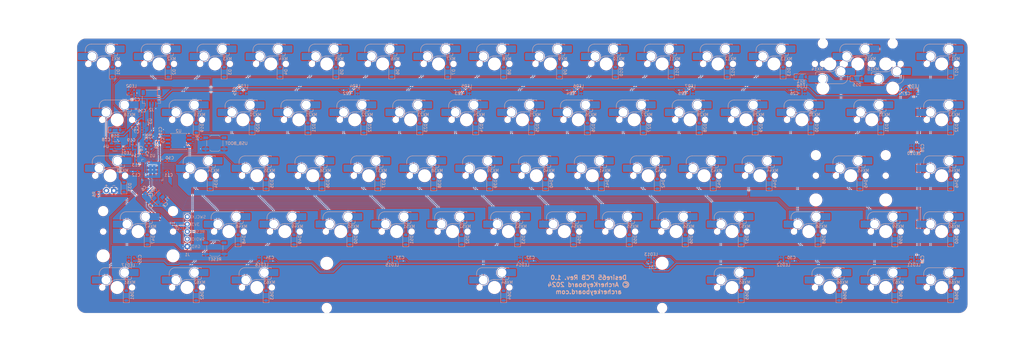
<source format=kicad_pcb>
(kicad_pcb (version 20240108) (generator "pcbnew") (generator_version "8.0")
  (title_block (title "Desire65 - 65% hotswap PCB") (date "2024-05-18") (rev "1.0"))
  (layers (0 "F.Cu" signal) (31 "B.Cu" signal) (34 "B.Paste" user) (35 "F.Paste" user) (36 "B.SilkS" user "B.Silkscreen") (37 "F.SilkS" user "F.Silkscreen") (38 "B.Mask" user) (39 "F.Mask" user) (44 "Edge.Cuts" user))
  (net 0 "")
  (net 1 "GND")
  (net 2 "+3V3")
  (net 3 "XTAL_IN")
  (net 4 "+1V1")
  (net 5 "+5V")
  (net 6 "ROW0")
  (net 7 "Net-(D1-A)")
  (net 8 "Net-(D2-A)")
  (net 9 "Net-(D3-A)")
  (net 10 "Net-(D4-A)")
  (net 11 "Net-(D5-A)")
  (net 12 "Net-(D6-A)")
  (net 13 "Net-(D7-A)")
  (net 14 "Net-(D8-A)")
  (net 15 "Net-(D9-A)")
  (net 16 "Net-(D10-A)")
  (net 17 "Net-(D11-A)")
  (net 18 "Net-(D12-A)")
  (net 19 "Net-(D13-A)")
  (net 20 "Net-(D14-A)")
  (net 21 "Net-(D15-A)")
  (net 22 "Net-(D17-A)")
  (net 23 "Net-(D18-A)")
  (net 24 "ROW1")
  (net 25 "Net-(D19-A)")
  (net 26 "Net-(D20-A)")
  (net 27 "Net-(D21-A)")
  (net 28 "Net-(D22-A)")
  (net 29 "Net-(D23-A)")
  (net 30 "Net-(D24-A)")
  (net 31 "Net-(D25-A)")
  (net 32 "Net-(D26-A)")
  (net 33 "Net-(D27-A)")
  (net 34 "Net-(D28-A)")
  (net 35 "Net-(D29-A)")
  (net 36 "Net-(D30-A)")
  (net 37 "Net-(D31-A)")
  (net 38 "Net-(D32-A)")
  (net 39 "ROW2")
  (net 40 "Net-(D33-A)")
  (net 41 "Net-(D34-A)")
  (net 42 "Net-(D35-A)")
  (net 43 "Net-(D36-A)")
  (net 44 "Net-(D37-A)")
  (net 45 "Net-(D38-A)")
  (net 46 "Net-(D39-A)")
  (net 47 "Net-(D40-A)")
  (net 48 "Net-(D41-A)")
  (net 49 "Net-(D42-A)")
  (net 50 "Net-(D43-A)")
  (net 51 "Net-(D44-A)")
  (net 52 "Net-(D45-A)")
  (net 53 "Net-(D46-A)")
  (net 54 "Net-(D47-A)")
  (net 55 "ROW3")
  (net 56 "Net-(D48-A)")
  (net 57 "Net-(D49-A)")
  (net 58 "Net-(D50-A)")
  (net 59 "Net-(D51-A)")
  (net 60 "Net-(D52-A)")
  (net 61 "Net-(D53-A)")
  (net 62 "Net-(D54-A)")
  (net 63 "Net-(D55-A)")
  (net 64 "Net-(D56-A)")
  (net 65 "Net-(D57-A)")
  (net 66 "Net-(D58-A)")
  (net 67 "Net-(D59-A)")
  (net 68 "Net-(D60-A)")
  (net 69 "ROW4")
  (net 70 "Net-(D61-A)")
  (net 71 "Net-(D62-A)")
  (net 72 "Net-(D63-A)")
  (net 73 "Net-(D64-A)")
  (net 74 "Net-(D65-A)")
  (net 75 "Net-(D66-A)")
  (net 76 "Net-(D67-A)")
  (net 77 "Net-(D68-A)")
  (net 78 "SWD")
  (net 79 "SWCLK")
  (net 80 "DBUS-")
  (net 81 "DBUS+")
  (net 82 "Net-(J3-Pin_2)")
  (net 83 "COL0")
  (net 84 "COL1")
  (net 85 "COL2")
  (net 86 "COL3")
  (net 87 "COL4")
  (net 88 "COL5")
  (net 89 "COL6")
  (net 90 "COL7")
  (net 91 "COL8")
  (net 92 "COL9")
  (net 93 "COL10")
  (net 94 "COL11")
  (net 95 "COL12")
  (net 96 "COL13")
  (net 97 "COL14")
  (net 98 "COL15")
  (net 99 "/D+")
  (net 100 "/D-")
  (net 101 "CS")
  (net 102 "XTAL_OUT")
  (net 103 "BL")
  (net 109 "SD0")
  (net 111 "SD1")
  (net 112 "QSPI_SCLK")
  (net 113 "SD2")
  (net 114 "SD3")
  (net 115 "/Underglow RGB LED/RGBD5V")
  (net 116 "Net-(LED1-DOUT)")
  (net 117 "Net-(LED2-DOUT)")
  (net 118 "Net-(LED3-DOUT)")
  (net 119 "Net-(LED4-DOUT)")
  (net 120 "Net-(LED5-DOUT)")
  (net 121 "Net-(LED6-DOUT)")
  (net 122 "Net-(LED7-DOUT)")
  (net 123 "Net-(LED8-DOUT)")
  (net 124 "Net-(LED10-DIN)")
  (net 125 "Net-(LED10-DOUT)")
  (net 126 "Net-(LED11-DOUT)")
  (net 127 "Net-(LED12-DOUT)")
  (net 128 "Net-(LED13-DOUT)")
  (net 129 "Net-(LED14-DOUT)")
  (net 130 "Net-(LED15-DOUT)")
  (net 131 "Net-(LED16-DOUT)")
  (net 132 "Net-(LED1-DIN)")
  (net 133 "RGBD3V3")
  (net 134 "~{RESET}")
  (net 135 "/XTAL_O")
  (net 138 "/~{USB_BOOT}")
  (footprint "PCM_marbastlib-mx:LED_MX_3mm" (layer "F.Cu") (at 27.813 89.535)
    (property "Reference" "J3" (hide yes))
    (property "Value" "Conn_01x02_Socket")
  )
  (footprint "PCM_marbastlib-mx:STAB_MX_2u" (layer "F.Cu") (at 282.6325 46.355)
    (property "Reference" "S15" (hide yes))
    (property "Value" "BSPC")
  )
  (footprint "PCM_marbastlib-mx:STAB_MX_2.25u" (layer "F.Cu") (at 280.25125 84.455)
    (property "Reference" "S45" (hide yes))
    (property "Value" "ENT")
  )
  (footprint "PCM_marbastlib-mx:STAB_MX_2.25u" (layer "F.Cu") (at 37.36375 103.505)
    (property "Reference" "S47" (hide yes))
    (property "Value" "LSFT")
  )
  (footprint "PCM_marbastlib-mx:STAB_MX_7u" (layer "F.Cu") (at 158.8075 122.555 180)
    (property "Reference" "S64" (hide yes))
    (property "Value" "SPC")
  )
  (footprint "Diode_SMD:D_SOD-123" (layer "B.Cu") (at 29.514455 68.853659)
    (property "Reference" "D18")
    (property "Value" "D_Small")
  )
  (footprint "PCM_marbastlib-mx:SW_MX_HS_CPG151101S11_1u" (layer "B.Cu") (at 163.57 103.505 180)
    (property "Reference" "MX53")
    (property "Value" "N")
  )
  (footprint "PCM_marbastlib-mx:SW_MX_HS_CPG151101S11_1u" (layer "B.Cu") (at 196.9075 46.355 180)
    (property "Reference" "MX10")
    (property "Value" "9")
  )
  (footprint "Diode_SMD:D_SOD-123" (layer "B.Cu") (at 176.205274 87.217294 90)
    (property "Reference" "D40")
    (property "Value" "D_Small")
  )
  (footprint "Capacitor_SMD:C_0402_1005Metric" (layer "B.Cu") (at 38.645446 63.455596 180)
    (property "Reference" "C16")
    (property "Value" "1uF")
  )
  (footprint "Diode_SMD:D_SOD-123" (layer "B.Cu") (at 76.192774 68.167294 90)
    (property "Reference" "D20")
    (property "Value" "D_Small")
  )
  (footprint "Diode_SMD:D_SOD-123" (layer "B.Cu") (at 283.361524 87.217294 90)
    (property "Reference" "D45")
    (property "Value" "D_Small")
  )
  (footprint "Crystal:Crystal_SMD_3225-4Pin_3.2x2.5mm" (layer "B.Cu") (at 44.288909 91.970313 45)
    (property "Reference" "Y1")
    (property "Value" "12MHz")
  )
  (footprint "PCM_marbastlib-mx:SW_MX_HS_CPG151101S11_1.5u" (layer "B.Cu") (at 30.22 122.555 180)
    (property "Reference" "MX61")
    (property "Value" "LCTL")
  )
  (footprint "Button_Switch_SMD:SW_SPST_TL3342" (layer "B.Cu") (at 63.521253 109.20803 180)
    (property "Reference" "SW2" (hide yes))
    (property "Value" "RESET")
  )
  (footprint "PCM_marbastlib-mx:SW_MX_HS_CPG151101S11_1u" (layer "B.Cu") (at 292.1575 103.505 180)
    (property "Reference" "MX59")
    (property "Value" "UP")
  )
  (footprint "PCM_marbastlib-mx:SW_MX_HS_CPG151101S11_1u" (layer "B.Cu") (at 254.0575 46.355 180)
    (property "Reference" "MX13")
    (property "Value" "EQL")
  )
  (footprint "PCM_marbastlib-mx:SW_MX_HS_CPG151101S11_1u" (layer "B.Cu") (at 111.1825 65.405 180)
    (property "Reference" "MX22")
    (property "Value" "R")
  )
  (footprint "Capacitor_SMD:C_0402_1005Metric" (layer "B.Cu") (at 147.154817 55.266251 180)
    (property "Reference" "C23")
    (property "Value" "100nF")
  )
  (footprint "PCM_marbastlib-mx:SW_MX_HS_CPG151101S11_1u" (layer "B.Cu") (at 82.6075 46.355 180)
    (property "Reference" "MX4")
    (property "Value" "3")
  )
  (footprint "Diode_SMD:D_SOD-123" (layer "B.Cu") (at 314.317774 87.217294 90)
    (property "Reference" "D46")
    (property "Value" "D_Small")
  )
  (footprint "PCM_marbastlib-mx:SW_MX_HS_CPG151101S11_1u" (layer "B.Cu") (at 311.2075 122.555 180)
    (property "Reference" "MX68")
    (property "Value" "RGHT")
  )
  (footprint "Capacitor_SMD:C_0402_1005Metric" (layer "B.Cu") (at 261.45527 55.266799 180)
    (property "Reference" "C26")
    (property "Value" "100nF")
  )
  (footprint "PCM_marbastlib-mx:SW_MX_HS_CPG151101S11_1u" (layer "B.Cu") (at 154.045 84.455 180)
    (property "Reference" "MX39")
    (property "Value" "H")
  )
  (footprint "PCM_marbastlib-various:LED_WS2812_2020" (layer "B.Cu") (at 73.152 55.8165 180)
    (property "Reference" "LED3")
    (property "Value" "WS2812_2020")
  )
  (footprint "PCM_marbastlib-mx:SW_MX_HS_CPG151101S11_1u" (layer "B.Cu") (at 244.5325 65.405 180)
    (property "Reference" "MX29")
    (property "Value" "LBRC")
  )
  (footprint "Capacitor_SMD:C_0402_1005Metric" (layer "B.Cu") (at 36.798624 113.999696 -90)
    (property "Reference" "C35")
    (property "Value" "100nF")
  )
  (footprint "Capacitor_SMD:C_0402_1005Metric" (layer "B.Cu") (at 45.99905 70.396898 90)
    (property "Reference" "C15")
    (property "Value" "100nF")
  )
  (footprint "PCM_marbastlib-various:LED_WS2812_2020" (layer "B.Cu") (at 301.752 74.954435)
    (property "Reference" "LED10")
    (property "Value" "WS2812_2020")
  )
  (footprint "PCM_marbastlib-mx:SW_MX_HS_CPG151101S11_1u" (layer "B.Cu") (at 120.7075 46.355 180)
    (property "Reference" "MX6")
    (property "Value" "5")
  )
  (footprint "Diode_SMD:D_SOD-123" (layer "B.Cu") (at 123.817774 49.117294 90)
    (property "Reference" "D6")
    (property "Value" "D_Small")
  )
  (footprint "Capacitor_SMD:C_0402_1005Metric" (layer "B.Cu") (at 43.574142 72.432659 90)
    (property "Reference" "C9")
    (property "Value" "100nF")
  )
  (footprint "PCM_marbastlib-various:LED_WS2812_2020" (layer "B.Cu") (at 187.452 55.8165 180)
    (property "Reference" "LED6")
    (property "Value" "WS2812_2020")
  )
  (footprint "Diode_SMD:D_SOD-123" (layer "B.Cu") (at 204.780274 106.267294 90)
    (property "Reference" "D55")
    (property "Value" "D_Small")
  )
  (footprint "Diode_SMD:D_SOD-123" (layer "B.Cu") (at 161.917774 125.317294 90)
    (property "Reference" "D64")
    (property "Value" "D_Small")
  )
  (footprint "Diode_SMD:D_SOD-123" (layer "B.Cu") (at 133.342774 68.167294 90)
    (property "Reference" "D23")
    (property "Value" "D_Small")
  )
  (footprint "Connector_PinSocket_2.54mm:PinSocket_1x05_P2.54mm_Vertical" (layer "B.Cu") (at 54.118548 108.583116)
    (property "Reference" "J1")
    (property "Value" "SWD")
  )
  (footprint "Capacitor_SMD:C_0402_1005Metric" (layer "B.Cu") (at 47.300019 79.461501)
    (property "Reference" "C10")
    (property "Value" "100nF")
  )
  (footprint "PCM_marbastlib-mx:SW_MX_HS_CPG151101S11_1u" (layer "B.Cu") (at 311.2075 84.455 180)
    (property "Reference" "MX46")
    (property "Value" "PGUP")
  )
  (footprint "Capacitor_SMD:C_0402_1005Metric" (layer "B.Cu") (at 223.35551 55.265825 180)
    (property "Reference" "C25")
    (property "Value" "100nF")
  )
  (footprint "PCM_marbastlib-mx:SW_MX_HS_CPG151101S11_1.5u" (layer "B.Cu") (at 239.77 122.555 180)
    (property "Reference" "MX65")
    (property "Value" "RALT")
  )
  (footprint "PCM_marbastlib-mx:SW_MX_HS_CPG151101S11_1u" (layer "B.Cu") (at 115.945 84.455 180)
    (property "Reference" "MX37")
    (property "Value" "F")
  )
  (footprint "Diode_SMD:D_SOD-123" (layer "B.Cu") (at 28.567774 49.117294 90)
    (property "Reference" "D1")
    (property "Value" "D_Small")
  )
  (footprint "Capacitor_SMD:C_0402_1005Metric" (layer "B.Cu") (at 40.140545 89.606061 -135)
    (property "Reference" "C6")
    (property "Value" "100nF")
  )
  (footprint "PCM_marbastlib-mx:SW_MX_HS_CPG151101S11_1u" (layer "B.Cu") (at 139.7575 46.355 180)
    (property "Reference" "MX7")
    (property "Value" "6")
  )
  (footprint "PCM_marbastlib-mx:SW_MX_HS_CPG151101S11_1u" (layer "B.Cu") (at 249.295 84.455 180)
    (property "Reference" "MX44")
    (property "Value" "QUOT")
  )
  (footprint "Diode_SMD:D_SOD-123" (layer "B.Cu") (at 295.267774 106.267294 90)
    (property "Reference" "D59")
    (property "Value" "D_Small")
  )
  (footprint "Diode_SMD:D_SOD-123" (layer "B.Cu") (at 57.142774 125.317294 90)
    (property "Reference" "D62")
    (property "Value" "D_Small")
  )
  (footprint "PCM_marbastlib-mx:SW_MX_HS_CPG151101S11_1u" (layer "B.Cu") (at 44.5075 46.355 180)
    (property "Reference" "MX2")
    (property "Value" "1")
  )
  (footprint "Resistor_SMD:R_0402_1005Metric" (layer "B.Cu") (at 33.680926 74.953854 -90)
    (property "Reference" "R7")
    (property "Value" "470")
  )
  (footprint "PCM_marbastlib-mx:SW_MX_HS_CPG151101S11_1.75u_STP_1.25" (layer "B.Cu") (at 27.83875 84.455 180)
    (property "Reference" "MX33")
    (property "Value" "CAPS")
  )
  (footprint "Capacitor_SMD:C_0402_1005Metric" (layer "B.Cu") (at 28.791281 72.248424)
    (property "Reference" "C18")
    (property "Value" "100nF")
  )
  (footprint "Diode_SMD:D_SOD-123" (layer "B.Cu") (at 100.005274 87.217294 90)
    (property "Reference" "D36")
    (property "Value" "D_Small")
  )
  (footprint "Diode_SMD:D_SOD-123" (layer "B.Cu") (at 147.630274 106.267294 90)
    (property "Reference" "D52")
    (property "Value" "D_Small")
  )
  (footprint "Capacitor_SMD:C_0402_1005Metric" (layer "B.Cu") (at 35.035188 73.401466)
    (property "Reference" "C19")
    (property "Value" "100nF")
  )
  (footprint "PCM_marbastlib-mx:SW_MX_HS_CPG151101S11_1u" (layer "B.Cu") (at 92.1325 65.405 180)
    (property "Reference" "MX21")
    (property "Value" "E")
  )
  (footprint "Diode_SMD:D_SOD-123" (layer "B.Cu") (at 223.830274 106.267294 90)
    (property "Reference" "D56")
    (property "Value" "D_Small")
  )
  (footprint "PCM_marbastlib-mx:SW_MX_HS_CPG151101S11_1u" (layer "B.Cu") (at 149.2825 65.405 180)
    (property "Reference" "MX24")
    (property "Value" "Y")
  )
  (footprint "PCM_marbastlib-mx:SW_MX_HS_CPG151101S11_1u" (layer "B.Cu") (at 63.5575 46.355 180)
    (property "Reference" "MX3")
    (property "Value" "2")
  )
  (footprint "Capacitor_SMD:C_0402_1005Metric" (layer "B.Cu") (at 299.557458 55.266041 180)
    (property "Reference" "C27")
    (property "Value" "100nF")
  )
  (footprint "Diode_SMD:D_SOD-123" (layer "B.Cu") (at 128.580274 106.267294 90)
    (property "Reference" "D51")
    (property "Value" "D_Small")
  )
  (footprint "Diode_SMD:D_SOD-123" (layer "B.Cu") (at 47.617774 49.117294 90)
    (property "Reference" "D2")
    (property "Value" "D_Small")
  )
  (footprint "Diode_SMD:D_SOD-123" (layer "B.Cu") (at 242.880274 106.267294 90)
    (property "Reference" "D57")
    (property "Value" "D_Small")
  )
  (footprint "PCM_marbastlib-various:LED_WS2812_2020" (layer "B.Cu") (at 168.402 112.9665)
    (property "Reference" "LED14")
    (property "Value" "WS2812_2020")
  )
  (footprint "PCM_marbastlib-various:LED_WS2812_2020" (layer "B.Cu") (at 111.252 55.8165 180)
    (property "Reference" "LED4")
    (property "Value" "WS2812_2020")
  )
  (footprint "Diode_SMD:D_SOD-123" (layer "B.Cu") (at 209.542774 68.167294 90)
    (property "Reference" "D27")
    (property "Value" "D_Small")
  )
  (footprint "PCM_marbastlib-mx:SW_MX_HS_CPG151101S11_1u" (layer "B.Cu") (at 54.0325 65.405 180)
    (property "Reference" "MX19")
    (property "Value" "Q")
  )
  (footprint "PCM_marbastlib-various:LED_WS2812_2020" (layer "B.Cu") (at 263.652 55.8165 180)
    (property "Reference" "LED8")
    (property "Value" "WS2812_2020")
  )
  (footprint "Capacitor_SMD:C_0402_1005Metric" (layer "B.Cu") (at 38.645446 69.292234)
    (property "Reference" "C7")
    (property "Value" "10uF")
  )
  (footprint "Diode_SMD:D_SOD-123" (layer "B.Cu") (at 200.017774 49.117294 90)
    (property "Reference" "D10")
    (property "Value" "D_Small")
  )
  (footprint "PCM_marbastlib-mx:SW_MX_HS_CPG151101S11_1u" (layer "B.Cu") (at 273.1075 122.555 180)
    (property "Reference" "MX66")
    (property "Value" "LEFT")
  )
  (footprint "PCM_marbastlib-mx:SW_MX_HS_CPG151101S11_1u" (layer "B.Cu") (at 101.6575 46.355 180)
    (property "Reference" "MX5")
    (property "Value" "4")
  )
  (footprint "Resistor_SMD:R_0603_1608Metric" (layer "B.Cu") (at 40.270469 73.43293 -90)
    (property "Reference" "R3")
    (property "Value" "27R")
  )
  (footprint "Diode_SMD:D_SOD-123" (layer "B.Cu") (at 138.105274 87.217294 90)
    (property "Reference" "D38")
    (property "Value" "D_Small")
  )
  (footprint "Package_TO_SOT_SMD:SOT-23" (layer "B.Cu") (at 39.123791 65.888732 90)
    (property "Reference" "U3")
    (property "Value" "XC6206PxxxMR")
  )
  (footprint "Resistor_SMD:R_0402_1005Metric" (layer "B.Cu") (at 51.794223 102.229657 -90)
    (property "Reference" "R1")
    (property "Value" "1k")
  )
  (footprint "Diode_SMD:D_SOD-123" (layer "B.Cu") (at 238.117774 49.117294 90)
    (property "Reference" "D12")
    (property "Value" "D_Small")
  )
  (footprint "Diode_SMD:D_SOD-123" (layer "B.Cu") (at 190.492774 68.167294 90)
    (property "Reference" "D26")
    (property "Value" "D_Small")
  )
  (footprint "Diode_SMD:D_SOD-123" (layer "B.Cu") (at 66.667774 49.117294 90)
    (property "Reference" "D3")
    (property "Value" "D_Small")
  )
  (footprint "Diode_SMD:D_SOD-123" (layer "B.Cu") (at 180.967774 49.117294 90)
    (property "Reference" "D9")
    (property "Value" "D_Small")
  )
  (footprint "PCM_marbastlib-mx:SW_MX_HS_CPG151101S11_1.75u" (layer "B.Cu") (at 265.96375 103.505 180)
    (property "Reference" "MX58")
    (property "Value" "RSFT")
  )
  (footprint "Diode_SMD:D_SOD-123" (layer "B.Cu") (at 80.955274 125.317294 90)
    (property "Reference" "D63")
    (property "Value" "D_Small")
  )
  (footprint "Diode_SMD:D_SOD-123" (layer "B.Cu") (at 242.880274 125.317294 90)
    (property "Reference" "D65")
    (property "Value" "D_Small")
  )
  (footprint "PCM_marbastlib-various:LED_WS2812_2020" (layer "B.Cu") (at 35.476464 74.954435 180)
    (property "Reference" "LED1")
    (property "Value" "WS2812_2020")
  )
  (footprint "Diode_SMD:D_SOD-123" (layer "B.Cu") (at 195.255274 87.217294 90)
    (property "Reference" "D41")
    (property "Value" "D_Small")
  )
  (footprint "Diode_SMD:D_SOD-123" (layer "B.Cu") (at 314.317774 49.117294 90)
    (property "Reference" "D17")
    (property "Value" "D_Small")
  )
  (footprint "PCM_marbastlib-mx:SW_MX_HS_CPG151101S11_1u" (layer "B.Cu") (at 177.8575 46.355 180)
    (property "Reference" "MX9")
    (property "Value" "8")
  )
  (footprint "Capacitor_SMD:C_0402_1005Metric" (layer "B.Cu") (at 39.298054 77.02202 90)
    (property "Reference" "C4")
    (property "Value" "1uF")
  )
  (footprint "PCM_marbastlib-mx:SW_MX_HS_CPG151101S11_1u" (layer "B.Cu") (at 273.1075 46.355)
    (property "Reference" "MX14")
    (property "Value" "BSLS")
  )
  (footprint "PCM_marbastlib-mx:SW_MX_HS_CPG151101S11_1u" (layer "B.Cu") (at 230.245 84.455 180)
    (property "Reference" "MX43")
    (property "Value" "SCLN")
  )
  (footprint "Package_TO_SOT_SMD:SOT-23-5" (layer "B.Cu") (at 29.448121 74.458149 180)
    (property "Reference" "U4")
    (property "Value" "74AHCT1G125")
  )
  (footprint "PCM_marbastlib-mx:SW_MX_HS_CPG151101S11_1u" (layer "B.Cu") (at 239.77 103.505 180)
    (property "Reference" "MX57")
    (property "Value" "SLSH")
  )
  (footprint "PCM_marbastlib-mx:SW_MX_HS_CPG151101S11_1u" (layer "B.Cu") (at 37.36375 103.505 180)
    (property "Reference" "MX47")
    (property "Value" "LSFT")
  )
  (footprint "PCM_marbastlib-various:LED_WS2812_2020" (layer "B.Cu") (at 35.052 112.9665)
    (property "Reference" "LED17")
    (property "Value" "WS2812_2020")
  )
  (footprint "Capacitor_SMD:C_0402_1005Metric" (layer "B.Cu") (at 44.546076 72.432659 90)
    (property "Reference" "C5")
    (property "Value" "100nF")
  )
  (footprint "Diode_SMD:D_SOD-123" (layer "B.Cu") (at 90.480274 106.267294 90)
    (property "Reference" "D49")
    (property "Value" "D_Small")
  )
  (footprint "Diode_SMD:D_SOD-123" (layer "B.Cu") (at 295.267774 125.317294 90)
    (property "Reference" "D67")
    (property "Value" "D_Small")
  )
  (footprint "Diode_SMD:D_SOD-123" (layer "B.Cu") (at 266.692774 68.167294 90)
    (property "Reference" "D30")
    (property "Value" "D_Small")
  )
  (footprint "PCM_marbastlib-mx:SW_MX_HS_CPG151101S11_1u" (layer "B.Cu") (at 225.4825 65.405 180)
    (property "Reference" "MX28")
    (property "Value" "P")
  )
  (footprint "Capacitor_SMD:C_0402_1005Metric" (layer "B.Cu") (at 81.699829 113.51658)
    (property "Reference" "C34")
    (property "Value" "100nF")
  )
  (footprint "Diode_SMD:D_SOD-123" (layer "B.Cu") (at 290.505274 68.167294 90)
    (property "Reference" "D31")
    (property "Value" "D_Small")
  )
  (footprint "PCM_marbastlib-mx:SW_MX_HS_CPG151101S11_1u" (layer "B.Cu") (at 68.32 103.505 180)
    (property "Reference" "MX48")
    (property "Value" "Z")
  )
  (footprint "Capacitor_SMD:C_0402_1005Metric" (layer "B.Cu") (at 303.533793 75.021563 90)
    (property "Reference" "C28")
    (property "Value" "100nF")
  )
  (footprint "Diode_SMD:D_SOD-123" (layer "B.Cu") (at 252.405274 87.217294 90)
    (property "Reference" "D44")
    (property "Value" "D_Small")
  )
  (footprint "Capacitor_SMD:C_0402_1005Metric" (layer "B.Cu") (at 185.255657 55.266098 180)
    (property "Reference" "C24")
    (property "Value" "100nF")
  )
  (footprint "Diode_SMD:D_SOD-123" (layer "B.Cu") (at 142.867774 49.117294 90)
    (property "Reference" "D7")
    (property "Value" "D_Small")
  )
  (footprint "PCM_marbastlib-mx:SW_MX_HS_CPG151101S11_1u" (layer "B.Cu") (at 220.72 103.505 180)
    (property "Reference" "MX56")
    (property "Value" "DOT")
  )
  (footprint "Resistor_SMD:R_0603_1608Metric" (layer "B.Cu") (at 41.786508 73.43293 -90)
    (property "Reference" "R2")
    (property "Value" "27R")
  )
  (footprint "Diode_SMD:D_SOD-123" (layer "B.Cu") (at 171.442774 68.167294 90)
    (property "Reference" "D25")
    (property "Value" "D_Small")
  )
  (footprint "Resistor_SMD:R_0402_1005Metric" (layer "B.Cu") (at 58.74892 71.498317 90)
    (property "Reference" "R4")
    (property "Value" "1k")
  )
  (footprint "PCM_marbastlib-mx:SW_MX_HS_CPG151101S11_1u" (layer "B.Cu") (at 206.4325 65.405 180)
    (property "Reference" "MX27")
    (property "Value" "O")
  )
  (footprint "Capacitor_SMD:C_0402_1005Metric" (layer "B.Cu") (at 36.724504 78.673705 180)
    (property "Reference" "C14")
    (property "Value" "100nF")
  )
  (footprint "Capacitor_SMD:C_0402_1005Metric" (layer "B.Cu") (at 38.645446 68.320065)
    (property "Reference" "C17")
    (property "Value" "1uF")
  )
  (footprint "PCM_marbastlib-various:LED_WS2812_2020" (layer "B.Cu") (at 149.352 55.8165 180)
    (property "Reference" "LED5")
    (property "Value" "WS2812_2020")
  )
  (footprint "PCM_marbastlib-mx:SW_MX_HS_CPG151101S11_1u" (layer "B.Cu") (at 73.0825 65.405 180)
    (property "Reference" "MX20")
    (property "Value" "W")
  )
  (footprint "Capacitor_SMD:C_0402_1005Metric" (layer "B.Cu") (at 212.654091 114.513684 180)
    (property "Reference" "C31")
    (property "Value" "100nF")
  )
  (footprint "PCM_marbastlib-mx:SW_MX_HS_CPG151101S11_1u" (layer "B.Cu") (at 280.25125 84.455 180)
    (property "Reference" "MX45")
    (property "Value" "ENT")
  )
  (footprint "PCM_marbastlib-mx:SW_MX_HS_CPG151101S11_1u" (layer "B.Cu") (at 130.2325 65.405 180)
    (property "Reference" "MX23")
    (property "Value" "T")
  )
  (footprint "PCM_marbastlib-mx:SW_MX_HS_CPG151101S11_1u" (layer "B.Cu") (at 235.0075 46.355 180)
    (property "Reference" "MX12")
    (property "Value" "MINS")
  )
  (footprint "PCM_marbastlib-mx:SW_MX_HS_CPG151101S11_1u" (layer "B.Cu") (at 292.1575 122.555 180)
    (property "Reference" "MX67")
    (property "Value" "DOWN")
  )
  (footprint "PCM_marbastlib-mx:SW_MX_HS_CPG151101S11_1u" (layer "B.Cu") (at 182.62 103.505 180)
    (property "Reference" "MX54")
    (property "Value" "M")
  )
  (footprint "PCM_marbastlib-mx:SW_MX_HS_CPG151101S11_1u" (layer "B.Cu") (at 106.42 103.505 180)
    (property "Reference" "MX50")
    (property "Value" "C")
  )
  (footprint "Diode_SMD:D_SOD-123" (layer "B.Cu") (at 61.905274 87.217294 90)
    (property "Reference" "D34")
    (property "Value" "D_Small")
  )
  (footprint "PCM_marbastlib-mx:SW_MX_HS_CPG151101S11_1u" (layer "B.Cu") (at 168.3325 65.405 180)
    (property "Reference" "MX25")
    (property "Value" "U")
  )
  (footprint "PCM_marbastlib-mx:SW_MX_HS_CPG151101S11_1u" (layer "B.Cu") (at 311.2075 46.355 180)
    (property "Reference" "MX17")
    (property "Value" "HOME")
  )
  (footprint "Capacitor_SMD:C_0402_1005Metric" (layer "B.Cu") (at 126.14869 113.516001)
    (property "Reference" "C33")
    (property "Value" "100nF")
  )
  (footprint "Capacitor_SMD:C_0402_1005Metric" (layer "B.Cu") (at 170.599559 113.51585)
    (property "Reference" "C32")
    (property "Value" "100nF")
  )
  (footprint "PCM_marbastlib-mx:SW_MX_HS_CPG151101S11_1u" (layer "B.Cu") (at 134.995 84.455 180)
    (property "Reference" "MX38")
    (property "Value" "G")
  )
  (footprint "PCM_marbastlib-various:LED_WS2812_2020" (layer "B.Cu") (at 257.302 112.9665)
    (property "Reference" "LED12")
    (property "Value" "WS2812_2020")
  )
  (footprint "Capacitor_SMD:C_0402_1005Metric" (layer "B.Cu") (at 38.327808 77.02202 90)
    (property "Reference" "C8")
    (property "Value" "1uF")
  )
  (footprint "PCM_marbastlib-mx:SW_MX_HS_CPG151101S11_1u" (layer "B.Cu") (at 292.1575 46.355)
    (property "Reference" "MX16")
    (property "Value" "BSPC")
  )
  (footprint "Diode_SMD:D_SOD-123" (layer "B.Cu") (at 80.955274 87.217294 90)
    (property "Reference" "D35")
    (property "Value" "D_Small")
  )
  (footprint "PCM_marbastlib-mx:SW_MX_HS_CPG151101S11_1u" (layer "B.Cu") (at 158.8075 122.555 180)
    (property "Reference" "MX64")
    (property "Value" "SPC")
  )
  (footprint "Connector_JST:JST_SH_SM04B-SRSS-TB_1x04-1MP_P1.00mm_Horizontal" (layer "B.Cu") (at 41.886 58.007)
    (property "Reference" "J2")
    (property "Value" "JST SH 4-pin")
  )
  (footprint "Diode_SMD:D_SOD-123" (layer "B.Cu") (at 282.345451 51.43529)
    (property "Reference" "D15")
    (property "Value" "D_Small")
  )
  (footprint "PCM_marbastlib-mx:SW_MX_HS_CPG151101S11_1u" (layer "B.Cu") (at 263.5825 65.405 180)
    (property "Reference" "MX30")
    (property "Value" "RBRC")
  )
  (footprint "Capacitor_SMD:C_0402_1005Metric" (layer "B.Cu") (at 47.2994 83.026174)
    (property "Reference" "C11")
    (property "Value" "100nF")
  )
  (footprint "PCM_marbastlib-mx:SW_MX_HS_CPG151101S11_1u" (layer "B.Cu") (at 311.2075 65.405 180)
    (property "Reference" "MX32")
    (property "Value" "END")
  )
  (footprint "Package_DFN_QFN:RP2040-QFN-56" (layer "B.Cu") (at 42.22031 82.439206 180)
    (property "Reference" "U1")
    (property "Value" "RP2040")
  )
  (footprint "Diode_SMD:D_SOD-123" (layer "B.Cu") (at 157.155274 87.217294 90)
    (property "Reference" "D39")
    (property "Value" "D_Small")
  )
  (footprint "Diode_SMD:D_SOD-123" (layer "B.Cu") (at 104.767774 49.117294 90)
    (property "Reference" "D5")
    (property "Value" "D_Small")
  )
  (footprint "Diode_SMD:D_SOD-123" (layer "B.Cu") (at 185.730274 106.267294 90)
    (property "Reference" "D54")
    (property "Value" "D_Small")
  )
  (footprint "Diode_SMD:D_SOD-123" (layer "B.Cu") (at 228.592774 68.167294 90)
    (property "Reference" "D28")
    (property "Value" "D_Small")
  )
  (footprint "Diode_SMD:D_SOD-123" (layer "B.Cu") (at 40.474024 106.267294 90)
    (property "Reference" "D47")
    (property "Value" "D_Small")
  )
  (footprint "Capacitor_SMD:C_0402_1005Metric" (layer "B.Cu") (at 109.053939 55.266907 180)
    (property "Reference" "C22")
    (property "Value" "100nF")
  )
  (footprint "Diode_SMD:D_SOD-123" (layer "B.Cu") (at 233.355274 87.217294 90)
    (property "Reference" "D43")
    (property "Value" "D_Small")
  )
  (footprint "PCM_marbastlib-mx:SW_MX_HS_CPG151101S11_1u" (layer "B.Cu") (at 192.145 84.455 180)
    (property "Reference" "MX41")
    (property "Value" "K")
  )
  (footprint "PCM_marbastlib-mx:SW_MX_HS_CPG151101S11_1u" (layer "B.Cu") (at 158.8075 46.355 180)
    (property "Reference" "MX8")
    (property "Value" "7")
  )
  (footprint "PCM_marbastlib-mx:SW_MX_HS_CPG151101S11_1u" (layer "B.Cu") (at 201.67 103.505 180)
    (property "Reference" "MX55")
    (property "Value" "COMM")
  )
  (footprint "Capacitor_SMD:C_0402_1005Metric" (layer "B.Cu") (at 45.854526 93.527261 45)
    (property "Reference" "C2")
    (property "Value" "22pF")
  )
  (footprint "Diode_SMD:D_SOD-123" (layer "B.Cu") (at 314.317774 106.267294 90)
    (property "Reference" "D60")
    (property "Value" "D_Small")
  )
  (footprint "PCM_marbastlib-mx:SW_MX_HS_CPG151101S11_1u" (layer "B.Cu") (at 58.795 84.455 180)
    (property "Reference" "MX34")
    (property "Value" "A")
  )
  (footprint "Diode_SMD:D_SOD-123" (layer "B.Cu") (at 161.917774 49.117294 90)
    (property "Reference" "D8")
    (property "Value" "D_Small")
  )
  (footprint "Capacitor_SMD:C_0402_1005Metric" (layer "B.Cu") (at 71.372409 55.744789 -90)
    (property "Reference" "C21")
    (property "Value" "100nF")
  )
  (footprint "Capacitor_SMD:C_0402_1005Metric" (layer "B.Cu") (at 36.447791 57.362231)
    (property "Reference" "C20")
    (property "Value" "100nF")
  )
  (footprint "Diode_SMD:D_SOD-123" (layer "B.Cu") (at 269.074024 106.267294 90)
    (property "Reference" "D58")
    (property "Value" "D_Small")
  )
  (footprint "Diode_SMD:D_SOD-123" (layer "B.Cu") (at 263.287489 50.768836)
    (property "Reference" "D14")
    (property "Value" "D_Small")
  )
  (footprint "PCM_marbastlib-mx:SW_MX_HS_CPG151101S11_1u" (layer "B.Cu") (at 211.195 84.455 180)
    (property "Reference" "MX42")
    (property "Value" "L")
  )
  (footprint "Resistor_SMD:R_0402_1005Metric" (layer "B.Cu") (at 43.314204 89.815698 45)
    (property "Reference" "R5")
    (property "Value" "1k")
  )
  (footprint "Package_SO:SOIC-8_5.23x5.23mm_P1.27mm" (layer "B.Cu") (at 51.161688 72.781372 180)
    (property "Reference" "U2")
    (property "Value" "W25Q128JVS")
  )
  (footprint "PCM_marbastlib-mx:SW_MX_HS_CPG151101S11_1u" (layer "B.Cu") (at 282.6325 46.355 180)
    (property "Reference" "MX15")
    (property "Value" "BSPC")
  )
  (footprint "PCM_marbastlib-various:LED_WS2812_2020" (layer "B.Cu") (at 225.552 55.8165 180)
    (property "Reference" "LED7")
    (property "Value" "WS2812_2020")
  )
  (footprint "PCM_marbastlib-mx:SW_MX_HS_CPG151101S11_1u" (layer "B.Cu") (at 311.2075 103.505 180)
    (property "Reference" "MX60")
    (property "Value" "PGDN")
  )
  (footprint "PCM_marbastlib-various:LED_WS2812_2020" (layer "B.Cu") (at 35.052 55.8165)
    (property "Reference" "LED2")
    (property "Value" "WS2812_2020")
  )
  (footprint "PCM_marbastlib-various:LED_WS2812_2020" (layer "B.Cu") (at 301.752 112.9665)
    (property "Reference" "LED11")
    (property "Value" "WS2812_2020")
  )
  (footprint "Diode_SMD:D_SOD-123" (layer "B.Cu") (at 57.142774 68.167294 90)
    (property "Reference" "D19")
    (property "Value" "D_Small")
  )
  (footprint "PCM_marbastlib-mx:SW_MX_HS_CPG151101S11_1u" (layer "B.Cu") (at 215.9575 46.355 180)
    (property "Reference" "MX11")
    (property "Value" "0")
  )
  (footprint "PCM_marbastlib-mx:SW_MX_HS_CPG151101S11_1u" (layer "B.Cu") (at 125.47 103.505 180)
    (property "Reference" "MX51")
    (property "Value" "V")
  )
  (footprint "Diode_SMD:D_SOD-123" (layer "B.Cu") (at 119.055274 87.217294 90)
    (property "Reference" "D37")
    (property "Value" "D_Small")
  )
  (footprint "PCM_marbastlib-various:LED_WS2812_2020" (layer "B.Cu") (at 212.217 112.9665)
    (property "Reference" "LED13")
    (property "Value" "WS2812_2020")
  )
  (footprint "Capacitor_SMD:C_0402_1005Metric" (layer "B.Cu") (at 37.096698 83.043165 180)
    (property "Reference" "C12")
    (property "Value" "100nF")
  )
  (footprint "PCM_marbastlib-mx:SW_MX_HS_CPG151101S11_1u" (layer "B.Cu") (at 187.3825 65.405 180)
    (property "Reference" "MX26")
    (property "Value" "I")
  )
  (footprint "PCM_marbastlib-various:LED_WS2812_2020" (layer "B.Cu") (at 301.752 55.8165 180)
    (property "Reference" "LED9")
    (property "Value" "WS2812_2020")
  )
  (footprint "Diode_SMD:D_SOD-123" (layer "B.Cu") (at 214.305274 87.217294 90)
    (property "Reference" "D42")
    (property "Value" "D_Small")
  )
  (footprint "Diode_SMD:D_SOD-123" (layer "B.Cu") (at 314.317774 125.317294 90)
    (property "Reference" "D68")
    (property "Value" "D_Small")
  )
  (footprint "Capacitor_SMD:C_0402_1005Metric" (layer "B.Cu") (at 42.442341 93.816651 135)
    (property "Reference" "C3")
    (property "Value" "22pF")
  )
  (footprint "PCM_marbastlib-mx:SW_MX_HS_CPG151101S11_1.5u" (layer "B.Cu") (at 287.395 65.405 180)
    (property "Reference" "MX31")
    (property "Value" "BSLS")
  )
  (footprint "Diode_SMD:D_SOD-123" (layer "B.Cu") (at 257.167774 49.117294 90)
    (property "Reference" "D13")
    (property "Value" "D_Small")
  )
  (footprint "PCM_marbastlib-mx:SW_MX_HS_CPG151101S11_1.5u" (layer "B.Cu") (at 77.845 122.555 180)
    (property "Reference" "MX63")
    (property "Value" "LALT")
  )
  (footprint "Resistor_SMD:R_0402_1005Metric" (layer "B.Cu") (at 23.502777 90.78409 -90)
    (property "Reference" "R6")
    (property "Value" "220")
  )
  (footprint "PCM_marbastlib-mx:SW_MX_HS_CPG151101S11_1.5u" (layer "B.Cu") (at 30.22 65.405 180)
    (property "Reference" "MX18")
    (property "Value" "Tab")
  )
  (footprint "PCM_marbastlib-mx:SW_MX_HS_CPG151101S11_1u" (layer "B.Cu") (at 96.895 84.455 180)
    (property "Reference" "MX36")
    (property "Value" "D")
  )
  (footprint "Capacitor_SMD:C_0402_1005Metric" (layer "B.Cu") (at 40.826444 90.293037 -135)
    (property "Reference" "C1")
    (property "Value" "100nF")
  )
  (footprint "PCM_marbastlib-various:LED_WS2812_2020" (layer "B.Cu") (at 123.952 112.9665)
    (property "Reference" "LED15")
    (property "Value" "WS2812_2020")
  )
  (footprint "PCM_marbastlib-mx:SW_MX_HS_CPG151101S11_1u" (layer "B.Cu") (at 77.845 84.455 180)
    (property "Reference" "MX35")
    (property "Value" "S")
  )
  (footprint "Diode_SMD:D_SOD-123" (layer "B.Cu") (at 152.392774 68.167294 90)
    (property "Reference" "D24")
    (property "Value" "D_Small")
  )
  (footprint "Diode_SMD:D_SOD-123" (layer "B.Cu") (at 95.242774 68.167294 90)
    (property "Reference" "D21")
    (property "Value" "D_Small")
  )
  (footprint "Diode_SMD:D_SOD-123" (layer "B.Cu") (at 314.317774 68.167294 90)
    (property "Reference" "D32")
    (property "Value" "D_Small")
  )
  (footprint "PCM_marbastlib-mx:SW_MX_HS_CPG151101S11_1u" (layer "B.Cu") (at 144.52 103.505 180)
    (property "Reference" "MX52")
    (property "Value" "B")
  )
  (footprint "PCM_marbastlib-mx:SW_MX_HS_CPG151101S11_1u" (layer "B.Cu") (at 54.0325 122.555 180)
    (property "Reference" "MX62")
    (property "Value" "LGUI")
  )
  (footprint "Diode_SMD:D_SOD-123" (layer "B.Cu") (at 71.430274 106.267294 90)
    (property "Reference" "D48")
    (property "Value" "D_Small")
  )
  (footprint "Diode_SMD:D_SOD-123" (layer "B.Cu") (at 33.330274 125.317294 90)
    (property "Reference" "D61")
    (property "Value" "D_Small")
  )
  (footprint "PCM_marbastlib-various:LED_WS2812_2020" (layer "B.Cu") (at 79.502 112.9665)
    (property "Reference" "LED16")
    (property "Value" "WS2812_2020")
  )
  (footprint "Button_Switch_SMD:SW_SPST_TL3342" (layer "B.Cu") (at 63.521253 73.415877)
    (property "Reference" "SW1" (hide yes))
    (property "Value" "USB_BOOT")
  )
  (footprint "Capacitor_SMD:C_0402_1005Metric" (layer "B.Cu") (at 36.724504 79.642833 180)
    (property "Reference" "C13")
    (property "Value" "100nF")
  )
  (footprint "Diode_SMD:D_SOD-123" (layer "B.Cu") (at 85.717774 49.117294 90)
    (property "Reference" "D4")
    (property "Value" "D_Small")
  )
  (footprint "Diode_SMD:D_SOD-123" (layer "B.Cu") (at 114.292774 68.167294 90)
    (property "Reference" "D22")
    (property "Value" "D_Small")
  )
  (footprint "Capacitor_SMD:C_0402_1005Metric" (layer "B.Cu") (at 259.498217 113.516379)
    (property "Reference" "C30")
    (property "Value" "100nF")
  )
  (footprint "Capacitor_SMD:C_0402_1005Metric" (layer "B.Cu") (at 303.532531 113.033486 90)
    (property "Reference" "C29")
    (property "Value" "100nF")
  )
  (footprint "PCM_marbastlib-mx:SW_MX_HS_CPG151101S11_1u" (layer "B.Cu") (at 87.37 103.505 180)
    (property "Reference" "MX49")
    (property "Value" "X")
  )
  (footprint "Diode_SMD:D_SOD-123" (layer "B.Cu") (at 219.067774 49.117294 90)
    (property "Reference" "D11")
    (property "Value" "D_Small")
  )
  (footprint "Diode_SMD:D_SOD-123" (layer "B.Cu") (at 166.680274 106.267294 90)
    (property "Reference" "D53")
    (property "Value" "D_Small")
  )
  (footprint "PCM_marbastlib-mx:SW_MX_HS_CPG151101S11_1u" (layer "B.Cu") (at 173.095 84.455 180)
    (property "Reference" "MX40")
    (property "Value" "J")
  )
  (footprint "Diode_SMD:D_SOD-123" (layer "B.Cu") (at 109.530274 106.267294 90)
    (property "Reference" "D50")
    (property "Value" "D_Small")
  )
  (footprint "Diode_SMD:D_SOD-123" (layer "B.Cu") (at 247.642774 68.167294 90)
    (property "Reference" "D29")
    (property "Value" "D_Small")
  )
  (footprint "Diode_SMD:D_SOD-123" (layer "B.Cu") (at 32.533431 88.3228 90)
    (property "Reference" "D33")
    (property "Value" "D_Small")
  )
  (footprint "Diode_SMD:D_SOD-123" (layer "B.Cu") (at 276.217774 125.317294 90)
    (property "Reference" "D66")
    (property "Value" "D_Small")
  )
  (footprint "PCM_marbastlib-mx:SW_MX_HS_CPG151101S11_1u" (layer "B.Cu") (at 25.4575 46.355 180)
    (property "Reference" "MX1")
    (property "Value" "Esc")
  )
  (gr_arc (start 317.04 37.719) (mid 319.16132 38.59768) (end 320.04 40.719) (stroke (width 0.05)) (layer "Edge.Cuts"))
  (gr_line (start 317.04 131.2545) (end 19.5735 131.2545) (stroke (width 0.05)) (layer "Edge.Cuts"))
  (gr_line (start 19.5735 37.719) (end 317.04 37.719) (stroke (width 0.05)) (layer "Edge.Cuts"))
  (gr_line (start 16.5735 128.2545) (end 16.5735 40.719) (stroke (width 0.05)) (layer "Edge.Cuts"))
  (gr_arc (start 320.04 128.2545) (mid 319.16132 130.37582) (end 317.04 131.2545) (stroke (width 0.05)) (layer "Edge.Cuts"))
  (gr_line (start 320.04 40.719) (end 320.04 128.2545) (stroke (width 0.05)) (layer "Edge.Cuts"))
  (gr_arc (start 19.5735 131.2545) (mid 17.45218 130.37582) (end 16.5735 128.2545) (stroke (width 0.05)) (layer "Edge.Cuts"))
  (gr_arc (start 16.5735 40.719) (mid 17.45218 38.59768) (end 19.5735 37.719) (stroke (width 0.05)) (layer "Edge.Cuts"))
  (gr_text "SWDIO" (at 60.244999 106.682372 0) (layer "B.SilkS") (effects (font (size 1 1) (thickness 0.1)) (justify left bottom mirror)))
  (gr_text "3V3" (at 58.387857 101.6274 0) (layer "B.SilkS") (effects (font (size 1 1) (thickness 0.1)) (justify left bottom mirror)))
  (gr_text "RESET" (at 60.149762 104.154886 0) (layer "B.SilkS") (effects (font (size 1 1) (thickness 0.1)) (justify left bottom mirror)))
  (gr_text "Desire65 PCB Rev. 1.0\n© ArcherKeyboard 2024\narcherkeyboard.com" (at 190.900847 124.889761 0) (layer "B.SilkS") (effects (font (size 1.5 1.5) (thickness 0.3) (bold yes)) (justify bottom mirror)))
  (gr_text "SWCLK" (at 60.530714 99.099914 0) (layer "B.SilkS") (effects (font (size 1 1) (thickness 0.1)) (justify left bottom mirror)))
  (gr_text "GND" (at 58.673571 109.20986 0) (layer "B.SilkS") (effects (font (size 1 1) (thickness 0.1)) (justify left bottom mirror)))
  (via (at 221.681262 55.3165) (size 0.6) (drill 0.3) (layers "F.Cu" "B.Cu") (net 1))
  (via (at 83.278008 113.5197) (size 0.6) (drill 0.3) (layers "F.Cu" "B.Cu") (net 1))
  (via (at 145.43896 55.3165) (size 0.6) (drill 0.3) (layers "F.Cu" "B.Cu") (net 1))
  (via (at 53.087254 74.680475) (size 0.6) (drill 0.3) (layers "F.Cu" "B.Cu") (net 1))
  (via (at 183.555857 55.3165) (size 0.6) (drill 0.3) (layers "F.Cu" "B.Cu") (net 1))
  (via (at 38.15919 62.240615) (size 0.6) (drill 0.3) (layers "F.Cu" "B.Cu") (net 1))
  (via (at 36.245839 77.682674) (size 0.6) (drill 0.3) (layers "F.Cu" "B.Cu") (net 1))
  (via (at 70.305497 56.932813) (size 0.6) (drill 0.3) (layers "F.Cu" "B.Cu") (net 1))
  (via (at 172.142322 113.434796) (size 0.6) (drill 0.3) (layers "F.Cu" "B.Cu") (net 1))
  (via (at 58.601637 75.315734) (size 0.6) (drill 0.3) (layers "F.Cu" "B.Cu") (net 1))
  (via (at 302.652396 57.522888) (size 0.6) (drill 0.3) (layers "F.Cu" "B.Cu") (net 1))
  (via (at 42.635681 71.010885) (size 0.6) (drill 0.3) (layers "F.Cu" "B.Cu") (net 1))
  (via (at 107.388878 55.308572) (size 0.6) (drill 0.3) (layers "F.Cu" "B.Cu") (net 1))
  (via (at 259.907254 55.3165) (size 0.6) (drill 0.3) (layers "F.Cu" "B.Cu") (net 1))
  (via (at 39.115446 70.518684) (size 0.6) (drill 0.3) (layers "F.Cu" "B.Cu") (net 1))
  (via (at 37.853766 114.481408) (size 0.6) (drill 0.3) (layers "F.Cu" "B.Cu") (net 1))
  (via (at 127.734928 113.495467) (size 0.6) (drill 0.3) (layers "F.Cu" "B.Cu") (net 1))
  (via (at 38.873571 90.846152) (size 0.6) (drill 0.3) (layers "F.Cu" "B.Cu") (net 1))
  (via (at 43.385884 61.582493) (size 0.6) (drill 0.3) (layers "F.Cu" "B.Cu") (net 1))
  (via (at 47.780019 78.47214) (size 0.6) (drill 0.3) (layers "F.Cu" "B.Cu") (net 1))
  (via (at 35.527945 83.047924) (size 0.6) (drill 0.3) (layers "F.Cu" "B.Cu") (net 1))
  (via (at 303.408798 73.46889) (size 0.6) (drill 0.3) (layers "F.Cu" "B.Cu") (net 1))
  (via (at 46.325636 94.676396) (size 0.6) (drill 0.3) (layers "F.Cu" "B.Cu") (net 1))
  (via (at 303.505533 111.459195) (size 0.6) (drill 0.3) (layers "F.Cu" "B.Cu") (net 1))
  (via (at 47.89531 84.677993) (size 0.6) (drill 0.3) (layers "F.Cu" "B.Cu") (net 1))
  (via (at 32.242246 74.437959) (size 0.6) (drill 0.3) (layers "F.Cu" "B.Cu") (net 1))
  (via (at 34.143628 54.05106) (size 0.6) (drill 0.3) (layers "F.Cu" "B.Cu") (net 1))
  (via (at 41.50542 91.291804) (size 0.6) (drill 0.3) (layers "F.Cu" "B.Cu") (net 1))
  (via (at 39.969906 75.390662) (size 0.6) (drill 0.3) (layers "F.Cu" "B.Cu") (net 1))
  (via (at 35.509259 72.415687) (size 0.6) (drill 0.3) (layers "F.Cu" "B.Cu") (net 1))
  (via (at 41.764138 75.382694) (size 0.4) (drill 0.2) (layers "F.Cu" "B.Cu") (net 1))
  (via (at 52.64978 108.583116) (size 0.6) (drill 0.3) (layers "F.Cu" "B.Cu") (net 1))
  (via (at 261.024592 113.4665) (size 0.6) (drill 0.3) (layers "F.Cu" "B.Cu") (net 1))
  (via (at 36.929853 56.283376) (size 0.6) (drill 0.3) (layers "F.Cu" "B.Cu") (net 1))
  (via (at 30.398384 72.224212) (size 0.6) (drill 0.3) (layers "F.Cu" "B.Cu") (net 1))
  (via (at 299.082886 56.219851) (size 0.6) (drill 0.3) (layers "F.Cu" "B.Cu") (net 1))
  (via (at 211.202956 114.511913) (size 0.6) (drill 0.3) (layers "F.Cu" "B.Cu") (net 1))
  (via (at 45.996288 68.703185) (size 0.6) (drill 0.3) (layers "F.Cu" "B.Cu") (net 1))
  (via (at 42.184796 94.743272) (size 0.6) (drill 0.3) (layers "F.Cu" "B.Cu") (net 1))
  (segment (start 36.244504 78.673705) (end 36.244504 77.684009) (width 0.5) (layer "B.Cu") (net 1))
  (segment (start 52.64978 108.583116) (end 54.118548 108.583116) (width 0.5) (layer "B.Cu") (net 1))
  (segment (start 145.489209 55.266251) (end 145.43896 55.3165) (width 0.5) (layer "B.Cu") (net 1))
  (segment (start 107.430543 55.266907) (end 107.388878 55.308572) (width 0.5) (layer "B.Cu") (net 1))
  (segment (start 43.574142 71.952659) (end 43.574142 71.949346) (width 0.5) (layer "B.Cu") (net 1))
  (segment (start 35.527945 83.047924) (end 36.611939 83.047924) (width 0.5) (layer "B.Cu") (net 1))
  (segment (start 30.585621 75.408148) (end 31.272057 75.408148) (width 0.5) (layer "B.Cu") (net 1))
  (segment (start 43.811025 93.673474) (end 43.978183 93.506316) (width 0.5) (layer "B.Cu") (net 1))
  (segment (start 126.62869 113.516001) (end 127.714394 113.516001) (width 0.5) (layer "B.Cu") (net 1))
  (segment (start 221.731937 55.265825) (end 221.681262 55.3165) (width 0.5) (layer "B.Cu") (net 1))
  (segment (start 40.073791 67.098558) (end 39.125446 68.046903) (width 0.5) (layer "B.Cu") (net 1))
  (segment (start 43.22031 87.366177) (end 47.184593 91.33046) (width 0.2) (layer "B.Cu") (net 1))
  (segment (start 34.137 54.057688) (end 34.143628 54.05106) (width 0.5) (layer "B.Cu") (net 1))
  (segment (start 71.013664 56.224646) (end 70.305497 56.932813) (width 0.5) (layer "B.Cu") (net 1))
  (segment (start 303.499437 112.556488) (end 303.499437 111.465291) (width 0.5) (layer "B.Cu") (net 1))
  (segment (start 299.082886 55.271469) (end 299.077458 55.266041) (width 0.5) (layer "B.Cu") (net 1))
  (segment (start 45.99905 69.916898) (end 45.99905 68.705947) (width 0.5) (layer "B.Cu") (net 1))
  (segment (start 35.515188 72.421616) (end 35.509259 72.415687) (width 0.5) (layer "B.Cu") (net 1))
  (segment (start 39.774251 89.945472) (end 38.873571 90.846152) (width 0.5) (layer "B.Cu") (net 1))
  (segment (start 30.585621 73.50815) (end 30.531007 73.50815) (width 0.5) (layer "B.Cu") (net 1))
  (segment (start 127.714394 113.516001) (end 127.734928 113.495467) (width 0.5) (layer "B.Cu") (net 1))
  (segment (start 259.978217 113.516379) (end 260.974713 113.516379) (width 0.5) (layer "B.Cu") (net 1))
  (segment (start 36.244504 79.642833) (end 36.244504 78.673705) (width 0.5) (layer "B.Cu") (net 1))
  (segment (start 53.093151 74.686372) (end 53.087254 74.680475) (width 0.5) (layer "B.Cu") (net 1))
  (segment (start 302.667 56.3665) (end 302.667 57.508284) (width 0.5) (layer "B.Cu") (net 1))
  (segment (start 37.852054 114.479696) (end 37.853766 114.481408) (width 0.5) (layer "B.Cu") (net 1))
  (segment (start 44.629633 93.866672) (end 44.112132 93.349171) (width 0.5) (layer "B.Cu") (net 1))
  (segment (start 38.165446 62.246871) (end 38.15919 62.240615) (width 0.5) (layer "B.Cu") (net 1))
  (segment (start 47.184593 91.33046) (end 47.184593 93.817439) (width 0.2) (layer "B.Cu") (net 1))
  (segment (start 259.956955 55.266799) (end 259.907254 55.3165) (width 0.5) (layer "B.Cu") (net 1))
  (segment (start 303.499437 111.465291) (end 303.505533 111.459195) (width 0.5) (layer "B.Cu") (net 1))
  (segment (start 39.125446 69.292234) (end 39.125446 68.320065) (width 0.5) (layer "B.Cu") (net 1))
  (segment (start 222.87551 55.265825) (end 221.731937 55.265825) (width 0.5) (layer "B.Cu") (net 1))
  (segment (start 36.927791 57.362231) (end 36.927791 56.285438) (width 0.5) (layer "B.Cu") (net 1))
  (segment (start 303.498798 73.55889) (end 303.408798 73.46889) (width 0.5) (layer "B.Cu") (net 1))
  (segment (start 45.515115 93.866672) (end 44.629633 93.866672) (width 0.5) (layer "B.Cu") (net 1))
  (segment (start 40.073791 66.826232) (end 40.073791 67.098558) (width 0.5) (layer "B.Cu") (net 1))
  (segment (start 299.082886 56.219851) (end 299.082886 55.271469) (width 0.5) (layer "B.Cu") (net 1))
  (segment (start 47.89531 84.677993) (end 47.7794 84.562083) (width 0.5) (layer "B.Cu") (net 1))
  (segment (start 39.125446 69.292234) (end 39.125446 70.508684) (width 0.5) (layer "B.Cu") (net 1))
  (segment (start 30.374172 72.248424) (end 30.398384 72.224212) (width 0.5) (layer "B.Cu") (net 1))
  (segment (start 45.515912 93.866672) (end 46.325636 94.676396) (width 0.5) (layer "B.Cu") (net 1))
  (segment (start 212.174091 114.513684) (end 211.204727 114.513684) (width 0.5) (layer "B.Cu") (net 1))
  (segment (start 39.801134 89.945472) (end 39.801134 89.946549) (width 0.5) (layer "B.Cu") (net 1))
  (segment (start 58.60178 75.315877) (end 58.601637 75.315734) (width 0.2) (layer "B.Cu") (net 1))
  (segment (start 54.761688 74.686372) (end 53.093151 74.686372) (width 0.5) (layer "B.Cu") (net 1))
  (segment (start 43.386 60.007) (end 43.386 61.582377) (width 0.5) (layer "B.Cu") (net 1))
  (segment (start 38.165446 63.455596) (end 38.165446 62.246871) (width 0.5) (layer "B.Cu") (net 1))
  (segment (start 36.244504 77.684009) (end 36.245839 77.682674) (width 0.5) (layer "B.Cu") (net 1))
  (segment (start 43.22031 85.876706) (end 43.22031 87.366177) (width 0.2) (layer "B.Cu") (net 1))
  (segment (start 260.974713 113.516379) (end 261.024592 113.4665) (width 0.5) (layer "B.Cu") (net 1))
  (segment (start 39.125446 68.046903) (end 39.125446 68.320065) (width 0.5) (layer "B.Cu") (net 1))
  (segment (start 60.371254 75.315877) (end 66.671252 75.315877) (width 0.2) (layer "B.Cu") (net 1))
  (segment (start 171.079559 113.51585) (end 172.061268 113.51585) (width 0.5) (layer "B.Cu") (net 1))
  (segment (start 108.573939 55.266907) (end 107.430543 55.266907) (width 0.5) (layer "B.Cu") (net 1))
  (segment (start 43.574142 71.949346) (end 42.635681 71.010885) (width 0.5) (layer "B.Cu") (net 1))
  (segment (start 43.811025 93.673474) (end 43.287536 93.673474) (width 0.5) (layer "B.Cu") (net 1))
  (segment (start 184.775657 55.266098) (end 183.606259 55.266098) (width 0.5) (layer "B.Cu") (net 1))
  (segment (start 45.99905 68.705947) (end 45.996288 68.703185) (width 0.5) (layer "B.Cu") (net 1))
  (segment (start 71.401528 56.224646) (end 71.013664 56.224646) (width 0.5) (layer "B.Cu") (net 1))
  (segment (start 47.184593 93.817439) (end 46.325636 94.676396) (width 0.2) (layer "B.Cu") (net 1))
  (segment (start 35.515188 73.401466) (end 35.515188 72.421616) (width 0.5) (layer "B.Cu") (net 1))
  (segment (start 29.271281 72.248424) (end 30.374172 72.248424) (width 0.5) (layer "B.Cu") (net 1))
  (segment (start 43.588643 93.349171) (end 42.781752 94.156062) (width 0.5) (layer "B.Cu") (net 1))
  (segment (start 83.274888 113.51658) (end 83.278008 113.5197) (width 0.5) (layer "B.Cu") (net 1))
  (segment (start 60.371231 75.315854) (end 60.371254 75.315877) (width 0.2) (layer "B.Cu") (net 1))
  (segment (start 146.674817 55.266251) (end 145.489209 55.266251) (width 0.5) (layer "B.Cu") (net 1))
  (segment (start 47.780019 78.47214) (end 47.780019 79.461501) (width 0.5) (layer "B.Cu") (net 1))
  (segment (start 30.531007 73.50815) (end 29.271281 72.248424) (width 0.5) (layer "B.Cu") (net 1))
  (segment (start 39.125446 70.508684) (end 39.115446 70.518684) (width 0.5) (layer "B.Cu") (net 1))
  (segment (start 39.298054 76.54202) (end 39.298054 76.062514) (width 0.5) (layer "B.Cu") (net 1))
  (segment (start 38.327808 76.54202) (end 39.298054 76.54202) (width 0.5) (layer "B.Cu") (net 1))
  (segment (start 43.978183 91.102154) (end 44.164579 90.915758) (width 0.5) (layer "B.Cu") (net 1))
  (segment (start 39.298054 76.062514) (end 39.969906 75.390662) (width 0.5) (layer "B.Cu") (net 1))
  (segment (start 44.546076 71.952659) (end 43.574142 71.952659) (width 0.5) (layer "B.Cu") (net 1))
  (segment (start 39.801134 89.945472) (end 39.774251 89.945472) (width 0.5) (layer "B.Cu") (net 1))
  (segment (start 47.7794 84.562083) (end 47.7794 83.026174) (width 0.5) (layer "B.Cu") (net 1))
  (segment (start 31.272057 75.408148) (end 32.242246 74.437959) (width 0.5) (layer "B.Cu") (net 1))
  (segment (start 172.061268 113.51585) (end 172.142322 113.434796) (width 0.5) (layer "B.Cu") (net 1))
  (segment (start 260.97527 55.266799) (end 259.956955 55.266799) (width 0.5) (layer "B.Cu") (net 1))
  (segment (start 60.371254 75.315877) (end 58.60178 75.315877) (width 0.2) (layer "B.Cu") (net 1))
  (segment (start 183.606259 55.266098) (end 183.555857 55.3165) (width 0.5) (layer "B.Cu") (net 1))
  (segment (start 44.27929 93.182013) (end 44.27929 90.777851) (width 0.5) (layer "B.Cu") (net 1))
  (segment (start 303.498798 74.542561) (end 303.498798 73.55889) (width 0.5) (layer "B.Cu") (net 1))
  (segment (start 82.179829 113.51658) (end 83.274888 113.51658) (width 0.5) (layer "B.Cu") (net 1))
  (segment (start 34.137 55.2665) (end 34.137 54.057688) (width 0.5) (layer "B.Cu") (net 1))
  (segment (start 45.515115 93.866672) (end 45.515912 93.866672) (width 0.5) (layer "B.Cu") (net 1))
  (segment (start 43.386 61.582377) (end 43.385884 61.582493) (width 0.5) (layer "B.Cu") (net 1))
  (segment (start 42.772006 94.156062) (end 42.184796 94.743272) (width 0.5) (layer "B.Cu") (net 1))
  (segment (start 36.611939 83.047924) (end 36.616698 83.043165) (width 0.5) (layer "B.Cu") (net 1))
  (segment (start 36.927791 56.285438) (end 36.929853 56.283376) (width 0.5) (layer "B.Cu") (net 1))
  (segment (start 36.798624 114.479696) (end 37.852054 114.479696) (width 0.5) (layer "B.Cu") (net 1))
  (segment (start 211.204727 114.513684) (end 211.202956 114.511913) (width 0.5) (layer "B.Cu") (net 1))
  (segment (start 302.667 57.508284) (end 302.652396 57.522888) (width 0.5) (layer "B.Cu") (net 1))
  (segment (start 39.801134 89.946549) (end 40.487033 90.632448) (width 0.5) (layer "B.Cu") (net 1))
  (segment (start 44.064544 70.88436) (end 44.856746 70.88436) (width 0.5) (layer "F.Cu") (net 2))
  (segment (start 46.51543 100.963116) (end 54.118548 100.963116) (width 0.5) (layer "F.Cu") (net 2))
  (segment (start 42.42969 88.555459) (end 42.388455 88.555459) (width 0.5) (layer "F.Cu") (net 2))
  (segment (start 42.388455 88.555459) (end 40.515526 90.428388) (width 0.5) (layer "F.Cu") (net 2))
  (segment (start 40.515526 94.963212) (end 46.51543 100.963116) (width 0.5) (layer "F.Cu") (net 2))
  (segment (start 43.574142 73.778847) (end 43.574142 72.928976) (width 0.5) (layer "F.Cu") (net 2))
  (segment (start 43.574142 72.928976) (end 44.064544 72.438574) (width 0.5) (layer "F.Cu") (net 2))
  (segment (start 44.064544 72.438574) (end 44.064544 70.88436) (width 0.5) (layer "F.Cu") (net 2))
  (segment (start 40.515526 90.428388) (end 40.515526 94.963212) (width 0.5) (layer "F.Cu") (net 2))
  (via (at 42.42969 88.555459) (size 0.6) (drill 0.3) (layers "F.Cu" "B.Cu") (net 2))
  (via (at 43.574142 73.778847) (size 0.6) (drill 0.3) (layers "F.Cu" "B.Cu") (net 2))
  (via (at 44.856746 70.88436) (size 0.6) (drill 0.3) (layers "F.Cu" "B.Cu") (net 2))
  (segment (start 44.864208 70.876898) (end 44.856746 70.88436) (width 0.5) (layer "B.Cu") (net 2))
  (segment (start 39.62031 79.001706) (end 38.327808 77.709204) (width 0.2) (layer "B.Cu") (net 2))
  (segment (start 54.118548 100.963116) (end 53.362006 101.719658) (width 0.5) (layer "B.Cu") (net 2))
  (segment (start 38.173791 66.826232) (end 38.173791 68.31172) (width 0.5) (layer "B.Cu") (net 2))
  (segment (start 37.204504 77.558661) (end 37.199189 77.553346) (width 0.5) (layer "B.Cu") (net 2))
  (segment (start 38.327808 77.709204) (end 38.327808 77.50202) (width 0.2) (layer "B.Cu") (net 2))
  (segment (start 38.165446 69.292234) (end 38.165446 71.329706) (width 0.5) (layer "B.Cu") (net 2))
  (segment (start 42.02031 88.146079) (end 42.02031 85.876706) (width 0.2) (layer "B.Cu") (net 2))
  (segment (start 45.99905 70.876898) (end 44.864208 70.876898) (width 0.5) (layer "B.Cu") (net 2))
  (segment (start 41.620309 76.673113) (end 42.788358 75.505064) (width 0.2) (layer "B.Cu") (net 2))
  (segment (start 42.42969 88.555459) (end 42.42969 88.689791) (width 0.5) (layer "B.Cu") (net 2))
  (segment (start 38.173791 68.31172) (end 38.165446 68.320065) (width 0.5) (layer "B.Cu") (net 2))
  (segment (start 42.42969 88.689791) (end 41.165855 89.953626) (width 0.5) (layer "B.Cu") (net 2))
  (segment (start 42.42969 88.555459) (end 42.02031 88.146079) (width 0.2) (layer "B.Cu") (net 2))
  (segment (start 41.620309 79.001706) (end 41.620309 76.673113) (width 0.2) (layer "B.Cu") (net 2))
  (segment (start 53.362006 101.719658) (end 51.794223 101.719658) (width 0.5) (layer "B.Cu") (net 2))
  (segment (start 43.574142 74.71928) (end 43.574142 73.778847) (width 0.2) (layer "B.Cu") (net 2))
  (segment (start 38.78281 83.439206) (end 38.000274 83.439206) (width 0.2) (layer "B.Cu") (net 2))
  (segment (start 37.250515 77.50202) (end 38.327808 77.50202) (width 0.5) (layer "B.Cu") (net 2))
  (segment (start 46.406368 83.439206) (end 46.8194 83.026174) (width 0.2) (layer "B.Cu") (net 2))
  (segment (start 42.02031 76.273112) (end 42.788358 75.505064) (width 0.2) (layer "B.Cu") (net 2))
  (segment (start 39.62031 79.41629) (end 39.62031 79.001706) (width 0.2) (layer "B.Cu") (net 2))
  (segment (start 37.199189 72.295963) (end 37.199189 77.553346) (width 0.5) (layer "B.Cu") (net 2))
  (segment (start 39.197394 79.839206) (end 39.62031 79.41629) (width 0.2) (layer "B.Cu") (net 2))
  (segment (start 38.78281 79.839206) (end 39.197394 79.839206) (width 0.2) (layer "B.Cu") (net 2))
  (segment (start 38.000274 83.439206) (end 37.619546 83.058478) (width 0.2) (layer "B.Cu") (net 2))
  (segment (start 42.788358 75.505064) (end 43.574142 74.71928) (width 0.2) (layer "B.Cu") (net 2))
  (segment (start 37.204504 79.642833) (end 37.204504 77.558661) (width 0.5) (layer "B.Cu") (net 2))
  (segment (start 38.165446 71.329706) (end 37.199189 72.295963) (width 0.5) (layer "B.Cu") (net 2))
  (segment (start 45.65781 83.439206) (end 46.406368 83.439206) (width 0.2) (layer "B.Cu") (net 2))
  (segment (start 38.165446 68.320065) (end 38.165446 69.292234) (width 0.5) (layer "B.Cu") (net 2))
  (segment (start 42.02031 79.001706) (end 42.02031 76.273112) (width 0.2) (layer "B.Cu") (net 2))
  (segment (start 46.38574 79.461501) (end 46.008035 79.839206) (width 0.2) (layer "B.Cu") (net 2))
  (segment (start 46.008035 79.839206) (end 45.65781 79.839206) (width 0.2) (layer "B.Cu") (net 2))
  (segment (start 46.820019 79.461501) (end 46.38574 79.461501) (width 0.2) (layer "B.Cu") (net 2))
  (segment (start 45.999576 70.876372) (end 45.99905 70.876898) (width 0.5) (layer "B.Cu") (net 2))
  (segment (start 47.561688 70.876372) (end 45.999576 70.876372) (width 0.5) (layer "B.Cu") (net 2))
  (segment (start 43.574142 73.778847) (end 43.574142 72.912659) (width 0.2) (layer "B.Cu") (net 2))
  (segment (start 40.020311 79.001706) (end 39.62031 79.001706) (width 0.2) (layer "B.Cu") (net 2))
  (segment (start 42.820311 87.531864) (end 46.162742 90.874295) (width 0.2) (layer "B.Cu") (net 3))
  (segment (start 46.162742 91.298561) (end 45.667767 91.793536) (width 0.2) (layer "B.Cu") (net 3))
  (segment (start 45.667767 92.66168) (end 46.193937 93.18785) (width 0.2) (layer "B.Cu") (net 3))
  (segment (start 45.667767 91.793536) (end 45.667767 92.66168) (width 0.2) (layer "B.Cu") (net 3))
  (segment (start 46.162742 90.874295) (end 46.162742 91.298561) (width 0.2) (layer "B.Cu") (net 3))
  (segment (start 42.820311 85.876706) (end 42.820311 87.531864) (width 0.2) (layer "B.Cu") (net 3))
  (segment (start 41.624916 85.59555) (end 41.624916 88.116177) (width 0.5) (layer "F.Cu") (net 4))
  (segment (start 40.54735 80.220973) (end 40.530806 80.228601) (width 0.5) (layer "F.Cu") (net 4))
  (segment (start 40.532094 80.220973) (end 40.539722 80.220973) (width 0.5) (layer "F.Cu") (net 4))
  (segment (start 44.557946 73.99055) (end 44.557946 80.220973) (width 0.5) (layer "F.Cu") (net 4))
  (segment (start 40.530806 80.228601) (end 40.532094 80.220973) (width 0.5) (layer "F.Cu") (net 4))
  (segment (start 44.557946 80.220973) (end 40.54735 80.220973) (width 0.5) (layer "F.Cu") (net 4))
  (segment (start 41.624916 88.116177) (end 41.188693 88.5524) (width 0.5) (layer "F.Cu") (net 4))
  (segment (start 40.163098 84.133732) (end 41.624916 85.59555) (width 0.5) (layer "F.Cu") (net 4))
  (via (at 44.557946 73.99055) (size 0.6) (drill 0.3) (layers "F.Cu" "B.Cu") (net 4))
  (via (at 40.530806 80.228601) (size 0.6) (drill 0.3) (layers "F.Cu" "B.Cu") (net 4))
  (via (at 40.163098 84.133732) (size 0.6) (drill 0.3) (layers "F.Cu" "B.Cu") (net 4))
  (via (at 41.188693 88.5524) (size 0.6) (drill 0.3) (layers "F.Cu" "B.Cu") (net 4))
  (segment (start 42.420311 76.69387) (end 44.557946 74.556235) (width 0.2) (layer "B.Cu") (net 4))
  (segment (start 41.188693 88.5524) (end 41.620309 88.120784) (width 0.2) (layer "B.Cu") (net 4))
  (segment (start 40.479956 89.26665) (end 40.479956 89.261137) (width 0.5) (layer "B.Cu") (net 4))
  (segment (start 40.420311 78.314278) (end 39.608053 77.50202) (width 0.2) (layer "B.Cu") (net 4))
  (segment (start 41.620309 88.120784) (end 41.620309 85.876706) (width 0.2) (layer "B.Cu") (net 4))
  (segment (start 40.530806 80.228601) (end 40.530806 80.330461) (width 0.2) (layer "B.Cu") (net 4))
  (segment (start 39.608053 77.50202) (end 39.298054 77.50202) (width 0.2) (layer "B.Cu") (net 4))
  (segment (start 40.479956 89.261137) (end 41.188693 88.5524) (width 0.5) (layer "B.Cu") (net 4))
  (segment (start 42.42031 79.001706) (end 42.420311 76.69387) (width 0.2) (layer "B.Cu") (net 4))
  (segment (start 40.42031 79.001706) (end 40.42031 80.118105) (width 0.2) (layer "B.Cu") (net 4))
  (segment (start 40.163098 80.698169) (end 40.163098 84.133732) (width 0.2) (layer "B.Cu") (net 4))
  (segment (start 40.530806 80.330461) (end 40.163098 80.698169) (width 0.2) (layer "B.Cu") (net 4))
  (segment (start 40.42031 79.001706) (end 40.420311 78.314278) (width 0.2) (layer "B.Cu") (net 4))
  (segment (start 44.557946 74.556235) (end 44.557946 73.99055) (width 0.2) (layer "B.Cu") (net 4))
  (segment (start 44.546076 72.912659) (end 44.546076 73.97868) (width 0.5) (layer "B.Cu") (net 4))
  (segment (start 44.546076 73.97868) (end 44.557946 73.99055) (width 0.5) (layer "B.Cu") (net 4))
  (segment (start 40.42031 80.118105) (end 40.530806 80.228601) (width 0.2) (layer "B.Cu") (net 4))
  (segment (start 303.591358 54.168082) (end 300.037458 54.168082) (width 0.5) (layer "F.Cu") (net 5))
  (segment (start 304.610605 72.829417) (end 303.591358 71.81017) (width 0.5) (layer "F.Cu") (net 5))
  (segment (start 303.496849 109.612023) (end 304.498508 110.613682) (width 0.5) (layer "F.Cu") (net 5))
  (segment (start 304.498508 110.613682) (end 304.498508 113.525347) (width 0.5) (layer "F.Cu") (net 5))
  (segment (start 303.496849 76.659272) (end 304.610605 76.659272) (width 0.5) (layer "F.Cu") (net 5))
  (segment (start 303.591358 71.81017) (end 303.591358 54.168082) (width 0.5) (layer "F.Cu") (net 5))
  (segment (start 303.496849 76.659272) (end 303.496849 109.612023) (width 0.5) (layer "F.Cu") (net 5))
  (segment (start 304.610605 76.659272) (end 304.610605 72.829417) (width 0.5) (layer "F.Cu") (net 5))
  (segment (start 304.498508 113.525347) (end 304.49945 113.526289) (width 0.5) (layer "F.Cu") (net 5))
  (via (at 303.496849 76.659272) (size 0.6) (drill 0.3) (layers "F.Cu" "B.Cu") (net 5))
  (via (at 300.037458 54.168082) (size 0.6) (drill 0.3) (layers "F.Cu" "B.Cu") (net 5))
  (via (at 304.49945 113.526289) (size 0.6) (drill 0.3) (layers "F.Cu" "B.Cu") (net 5))
  (segment (start 223.83551 55.265825) (end 223.83551 54.4665) (width 0.5) (layer "B.Cu") (net 5))
  (segment (start 35.967791 58.200724) (end 35.967791 57.362231) (width 0.5) (layer "B.Cu") (net 5))
  (segment (start 106.819131 114.345467) (end 125.66869 114.345467) (width 0.5) (layer "B.Cu") (net 5))
  (segment (start 302.667012 113.516488) (end 302.667 113.5165) (width 0.5) (layer "B.Cu") (net 5))
  (segment (start 80.417 114.3697) (end 96.518066 114.3697) (width 0.5) (layer "B.Cu") (net 5))
  (segment (start 99.440488 117.292121) (end 103.872477 117.292121) (width 0.5) (layer "B.Cu") (net 5))
  (segment (start 47.369138 114.6539) (end 51.102226 114.6539) (width 0.5) (layer "B.Cu") (net 5))
  (segment (start 28.311281 72.248424) (end 28.311281 73.50749) (width 0.5) (layer "B.Cu") (net 5))
  (segment (start 261.93527 55.266799) (end 262.736701 55.266799) (width 0.5) (layer "B.Cu") (net 5))
  (segment (start 36.768465 113.517914) (end 35.968414 113.517914) (width 0.5) (layer "B.Cu") (net 5))
  (segment (start 261.93527 54.4665) (end 223.83551 54.4665) (width 0.5) (layer "B.Cu") (net 5))
  (segment (start 35.967 56.3665) (end 35.967 57.36144) (width 0.5) (layer "B.Cu") (net 5))
  (segment (start 73.037 54.4665) (end 72.237 55.2665) (width 0.5) (layer "B.Cu") (net 5))
  (segment (start 109.533939 54.4665) (end 73.037 54.4665) (width 0.5) (layer "B.Cu") (net 5))
  (segment (start 40.386 58.200724) (end 35.967791 58.200724) (width 0.5) (layer "B.Cu") (net 5))
  (segment (start 213.134091 116.885858) (end 218.113341 116.885858) (width 0.5) (layer "B.Cu") (net 5))
  (segment (start 147.634817 55.266251) (end 148.436751 55.266251) (width 0.5) (layer "B.Cu") (net 5))
  (segment (start 125.66869 113.516001) (end 125.66869 114.345467) (width 0.5) (layer "B.Cu") (net 5))
  (segment (start 303.499437 113.516488) (end 302.667012 113.516488) (width 0.5) (layer "B.Cu") (net 5))
  (segment (start 258.217121 113.516379) (end 258.217 113.5165) (width 0.5) (layer "B.Cu") (net 5))
  (segment (start 224.636325 55.265825) (end 224.637 55.2665) (width 0.5) (layer "B.Cu") (net 5))
  (segment (start 170.119559 113.51585) (end 170.119559 114.345467) (width 0.5) (layer "B.Cu") (net 5))
  (segment (start 40.386 60.007) (end 40.386 58.200724) (width 0.5) (layer "B.Cu") (net 5))
  (segment (start 209.331206 114.345467) (end 210.360628 115.374889) (width 0.5) (layer "B.Cu") (net 5))
  (segment (start 110.336593 55.266907) (end 110.337 55.2665) (width 0.5) (layer "B.Cu") (net 5))
  (segment (start 295.875337 57.190647) (end 268.580087 57.190647) (width 0.5) (layer "B.Cu") (net 5))
  (segment (start 34.561464 68.606843) (end 34.561464 74.404435) (width 0.5) (layer "B.Cu") (net 5))
  (segment (start 298.897902 54.168082) (end 295.875337 57.190647) (width 0.5) (layer "B.Cu") (net 5))
  (segment (start 39.123791 64.951232) (end 38.217075 64.951232) (width 0.5) (layer "B.Cu") (net 5))
  (segment (start 147.634817 54.4665) (end 147.634817 55.266251) (width 0.5) (layer "B.Cu") (net 5))
  (segment (start 303.498798 75.502561) (end 303.498798 76.657323) (width 0.5) (layer "B.Cu") (net 5))
  (segment (start 303.499437 113.516488) (end 303.499437 114.3165) (width 0.5) (layer "B.Cu") (net 5))
  (segment (start 213.134091 114.513684) (end 213.134091 115.374889) (width 0.5) (layer "B.Cu") (net 5))
  (segment (start 218.113341 116.885858) (end 220.682699 114.3165) (width 0.5) (layer "B.Cu") (net 5))
  (segment (start 303.499437 114.3165) (end 259.018217 114.3165) (width 0.5) (layer "B.Cu") (net 5))
  (segment (start 39.125446 62.627315) (end 39.125446 63.455596) (width 0.5) (layer "B.Cu") (net 5))
  (segment (start 80.417 113.5165) (end 80.417 114.3697) (width 0.5) (layer "B.Cu") (net 5))
  (segment (start 259.018217 114.3165) (end 259.018217 113.516379) (width 0.5) (layer "B.Cu") (net 5))
  (segment (start 71.401528 55.264646) (end 72.235146 55.264646) (width 0.5) (layer "B.Cu") (net 5))
  (segment (start 213.134091 113.518591) (end 213.132 113.5165) (width 0.5) (layer "B.Cu") (net 5))
  (segment (start 71.401528 55.264646) (end 48.862585 55.264646) (width 0.5) (layer "B.Cu") (net 5))
  (segment (start 40.386 60.007) (end 40.386 61.366761) (width 0.5) (layer "B.Cu") (net 5))
  (segment (start 300.037458 55.266041) (end 300.037458 54.168082) (width 0.5) (layer "B.Cu") (net 5))
  (segment (start 303.498798 75.502561) (end 302.668874 75.502561) (width 0.5) (layer "B.Cu") (net 5))
  (segment (start 213.134091 115.374889) (end 213.134091 116.885858) (width 0.5) (layer "B.Cu") (net 5))
  (segment (start 213.134091 114.513684) (end 213.134091 113.518591) (width 0.5) (layer "B.Cu") (net 5))
  (segment (start 109.533939 54.4665) (end 147.634817 54.4665) (width 0.5) (layer "B.Cu") (net 5))
  (segment (start 51.386426 114.3697) (end 80.417 114.3697) (width 0.5) (layer "B.Cu") (net 5))
  (segment (start 39.125446 64.949577) (end 39.123791 64.951232) (width 0.5) (layer "B.Cu") (net 5))
  (segment (start 28.311281 73.50749) (end 28.310621 73.50815) (width 0.5) (layer "B.Cu") (net 5))
  (segment (start 28.311281 72.248424) (end 28.311281 70.77205) (width 0.5) (layer "B.Cu") (net 5))
  (segment (start 265.85594 54.4665) (end 261.93527 54.4665) (width 0.5) (layer "B.Cu") (net 5))
  (segment (start 304.49945 113.526289) (end 303.509238 113.526289) (width 0.5) (layer "B.Cu") (net 5))
  (segment (start 45.926507 58.200724) (end 40.386 58.200724) (width 0.5) (layer "B.Cu") (net 5))
  (segment (start 185.735657 55.266098) (end 186.536598 55.266098) (width 0.5) (layer "B.Cu") (net 5))
  (segment (start 300.037458 54.168082) (end 298.897902 54.168082) (width 0.5) (layer "B.Cu") (net 5))
  (segment (start 262.736701 55.266799) (end 262.737 55.2665) (width 0.5) (layer "B.Cu") (net 5))
  (segment (start 38.217075 64.951232) (end 34.561464 68.606843) (width 0.5) (layer "B.Cu") (net 5))
  (segment (start 220.682699 114.3165) (end 259.018217 114.3165) (width 0.5) (layer "B.Cu") (net 5))
  (segment (start 303.498798 76.657323) (end 303.496849 76.659272) (width 0.5) (layer "B.Cu") (net 5))
  (segment (start 185.735657 55.266098) (end 185.735657 54.4665) (width 0.5) (layer "B.Cu") (net 5))
  (segment (start 35.967 57.36144) (end 35.967791 57.362231) (width 0.5) (layer "B.Cu") (net 5))
  (segment (start 109.533939 55.266907) (end 109.533939 54.4665) (width 0.5) (layer "B.Cu") (net 5))
  (segment (start 81.219829 113.51658) (end 80.41708 113.51658) (width 0.5) (layer "B.Cu") (net 5))
  (segment (start 109.533939 55.266907) (end 110.336593 55.266907) (width 0.5) (layer "B.Cu") (net 5))
  (segment (start 48.862585 55.264646) (end 45.926507 58.200724) (width 0.5) (layer "B.Cu") (net 5))
  (segment (start 36.798624 113.519696) (end 46.234934 113.519696) (width 0.5) (layer "B.Cu") (net 5))
  (segment (start 170.119559 114.345467) (end 209.331206 114.345467) (width 0.5) (layer "B.Cu") (net 5))
  (segment (start 80.41708 113.51658) (end 80.417 113.5165) (width 0.5) (layer "B.Cu") (net 5))
  (segment (start 268.580087 57.190647) (end 265.85594 54.4665) (width 0.5) (layer "B.Cu") (net 5))
  (segment (start 124.867499 113.516001) (end 124.867 113.5165) (width 0.5) (layer "B.Cu") (net 5))
  (segment (start 169.31765 113.51585) (end 169.317 113.5165) (width 0.5) (layer "B.Cu") (net 5))
  (segment (start 261.93527 55.266799) (end 261.93527 54.4665) (width 0.5) (layer "B.Cu") (net 5))
  (segment (start 223.83551 54.4665) (end 185.735657 54.4665) (width 0.5) (layer "B.Cu") (net 5))
  (segment (start 51.102226 114.6539) (end 51.386426 114.3697) (width 0.5) (layer "B.Cu") (net 5))
  (segment (start 223.83551 55.265825) (end 224.636325 55.265825) (width 0.5) (layer "B.Cu") (net 5))
  (segment (start 148.436751 55.266251) (end 148.437 55.2665) (width 0.5) (layer "B.Cu") (net 5))
  (segment (start 210.360628 115.374889) (end 213.134091 115.374889) (width 0.5) (layer "B.Cu") (net 5))
  (segment (start 303.509238 113.526289) (end 303.499437 113.516488) (width 0.5) (layer "B.Cu") (net 5))
  (segment (start 300.037458 55.266041) (end 300.836541 55.266041) (width 0.5) (layer "B.Cu") (net 5))
  (segment (start 40.386 61.366761) (end 39.125446 62.627315) (width 0.5) (layer "B.Cu") (net 5))
  (segment (start 28.311281 70.77205) (end 32.396257 70.77205) (width 0.5) (layer "B.Cu") (net 5))
  (segment (start 96.518066 114.3697) (end 99.440488 117.292121) (width 0.5) (layer "B.Cu") (net 5))
  (segment (start 186.536598 55.266098) (end 186.537 55.2665) (width 0.5) (layer "B.Cu") (net 5))
  (segment (start 103.872477 117.292121) (end 106.819131 114.345467) (width 0.5) (layer "B.Cu") (net 5))
  (segment (start 32.396257 70.77205) (end 34.561464 68.606843) (width 0.5) (layer "B.Cu") (net 5))
  (segment (start 302.668874 75.502561) (end 302.667 75.504435) (width 0.5) (layer "B.Cu") (net 5))
  (segment (start 35.968414 113.517914) (end 35.967 113.5165) (width 0.5) (layer "B.Cu") (net 5))
  (segment (start 125.66869 114.345467) (end 170.119559 114.345467) (width 0.5) (layer "B.Cu") (net 5))
  (segment (start 170.119559 113.51585) (end 169.31765 113.51585) (width 0.5) (layer "B.Cu") (net 5))
  (segment (start 259.018217 113.516379) (end 258.217121 113.516379) (width 0.5) (layer "B.Cu") (net 5))
  (segment (start 185.735657 54.4665) (end 147.634817 54.4665) (width 0.5) (layer "B.Cu") (net 5))
  (segment (start 39.125446 63.455596) (end 39.125446 64.949577) (width 0.5) (layer "B.Cu") (net 5))
  (segment (start 300.836541 55.266041) (end 300.837 55.2665) (width 0.5) (layer "B.Cu") (net 5))
  (segment (start 125.66869 113.516001) (end 124.867499 113.516001) (width 0.5) (layer "B.Cu") (net 5))
  (segment (start 46.234934 113.519696) (end 47.369138 114.6539) (width 0.5) (layer "B.Cu") (net 5))
  (segment (start 238.117774 50.767294) (end 219.067774 50.767294) (width 0.2) (layer "B.Cu") (net 6))
  (segment (start 123.817774 50.767294) (end 104.767774 50.767294) (width 0.2) (layer "B.Cu") (net 6))
  (segment (start 200.017774 50.767294) (end 180.967774 50.767294) (width 0.2) (layer "B.Cu") (net 6))
  (segment (start 142.867774 50.767294) (end 123.817774 50.767294) (width 0.2) (layer "B.Cu") (net 6))
  (segment (start 257.169316 50.768836) (end 257.167774 50.767294) (width 0.2) (layer "B.Cu") (net 6))
  (segment (start 38.78281 82.239206) (end 29.721595 82.239206) (width 0.2) (layer "B.Cu") (net 6))
  (segment (start 314.317774 50.767294) (end 314.240068 50.845) (width 0.2) (layer "B.Cu") (net 6))
  (segment (start 28.567774 50.767294) (end 47.617774 50.767294) (width 0.2) (layer "B.Cu") (net 6))
  (segment (start 280.695451 51.43529) (end 274.864398 51.43529) (width 0.2) (layer "B.Cu") (net 6))
  (segment (start 274.864398 51.43529) (end 272.634817 49.205709) (width 0.2) (layer "B.Cu") (net 6))
  (segment (start 29.721595 82.239206) (end 26.470793 78.988404) (width 0.2) (layer "B.Cu") (net 6))
  (segment (start 161.917774 50.767294) (end 142.867774 50.767294) (width 0.2) (layer "B.Cu") (net 6))
  (segment (start 219.067774 50.767294) (end 200.017774 50.767294) (width 0.2) (layer "B.Cu") (net 6))
  (segment (start 282.657603 53.397442) (end 280.695451 51.43529) (width 0.2) (layer "B.Cu") (net 6))
  (segment (start 66.667774 50.767294) (end 47.617774 50.767294) (width 0.2) (layer "B.Cu") (net 6))
  (segment (start 261.637489 50.768836) (end 257.169316 50.768836) (width 0.2) (layer "B.Cu") (net 6))
  (segment (start 257.167774 50.767294) (end 238.117774 50.767294) (width 0.2) (layer "B.Cu") (net 6))
  (segment (start 104.767774 50.767294) (end 85.717774 50.767294) (width 0.2) (layer "B.Cu") (net 6))
  (segment (start 85.717774 50.767294) (end 66.667774 50.767294) (width 0.2) (layer "B.Cu") (net 6))
  (segment (start 263.200616 49.205709) (end 261.637489 50.768836) (width 0.2) (layer "B.Cu") (net 6))
  (segment (start 26.470793 78.988404) (end 26.470793 65.680931) (width 0.2) (layer "B.Cu") (net 6))
  (segment (start 26.470793 65.680931) (end 28.567774 63.58395) (width 0.2) (layer "B.Cu") (net 6))
  (segment (start 180.967774 50.767294) (end 161.917774 50.767294) (width 0.2) (layer "B.Cu") (net 6))
  (segment (start 314.240068 50.845) (end 293.748928 50.845) (width 0.2) (layer "B.Cu") (net 6))
  (segment (start 272.634817 49.205709) (end 263.200616 49.205709) (width 0.2) (layer "B.Cu") (net 6))
  (segment (start 291.196486 53.397442) (end 282.657603 53.397442) (width 0.2) (layer "B.Cu") (net 6))
  (segment (start 293.748928 50.845) (end 291.196486 53.397442) (width 0.2) (layer "B.Cu") (net 6))
  (segment (start 28.567774 63.58395) (end 28.567774 50.767294) (width 0.2) (layer "B.Cu") (net 6))
  (segment (start 28.567774 41.845274) (end 27.9975 41.275) (width 0.2) (layer "B.Cu") (net 7))
  (segment (start 28.567774 47.467294) (end 28.567774 41.845274) (width 0.2) (layer "B.Cu") (net 7))
  (segment (start 47.617774 47.467294) (end 47.617774 41.845274) (width 0.2) (layer "B.Cu") (net 8))
  (segment (start 47.617774 41.845274) (end 47.0475 41.275) (width 0.2) (layer "B.Cu") (net 8))
  (segment (start 66.667774 47.467294) (end 66.667774 41.845274) (width 0.2) (layer "B.Cu") (net 9))
  (segment (start 66.667774 41.845274) (end 66.0975 41.275) (width 0.2) (layer "B.Cu") (net 9))
  (segment (start 85.717774 41.845274) (end 85.1475 41.275) (width 0.2) (layer "B.Cu") (net 10))
  (segment (start 85.717774 47.467294) (end 85.717774 41.845274) (width 0.2) (layer "B.Cu") (net 10))
  (segment (start 104.767774 47.467294) (end 104.767774 41.845274) (width 0.2) (layer "B.Cu") (net 11))
  (segment (start 104.767774 41.845274) (end 104.1975 41.275) (width 0.2) (layer "B.Cu") (net 11))
  (segment (start 123.817774 47.467294) (end 123.817774 41.845274) (width 0.2) (layer "B.Cu") (net 12))
  (segment (start 123.817774 41.845274) (end 123.2475 41.275) (width 0.2) (layer "B.Cu") (net 12))
  (segment (start 142.867774 41.845274) (end 142.2975 41.275) (width 0.2) (layer "B.Cu") (net 13))
  (segment (start 142.867774 47.467294) (end 142.867774 41.845274) (width 0.2) (layer "B.Cu") (net 13))
  (segment (start 161.917774 47.467294) (end 161.917774 41.845274) (width 0.2) (layer "B.Cu") (net 14))
  (segment (start 161.917774 41.845274) (end 161.3475 41.275) (width 0.2) (layer "B.Cu") (net 14))
  (segment (start 180.967774 41.845274) (end 180.3975 41.275) (width 0.2) (layer "B.Cu") (net 15))
  (segment (start 180.967774 47.467294) (end 180.967774 41.845274) (width 0.2) (layer "B.Cu") (net 15))
  (segment (start 200.017774 41.845274) (end 199.4475 41.275) (width 0.2) (layer "B.Cu") (net 16))
  (segment (start 200.017774 47.467294) (end 200.017774 41.845274) (width 0.2) (layer "B.Cu") (net 16))
  (segment (start 219.067774 41.845274) (end 218.4975 41.275) (width 0.2) (layer "B.Cu") (net 17))
  (segment (start 219.067774 47.467294) (end 219.067774 41.845274) (width 0.2) (layer "B.Cu") (net 17))
  (segment (start 238.117774 41.845274) (end 237.5475 41.275) (width 0.2) (layer "B.Cu") (net 18))
  (segment (start 238.117774 47.467294) (end 238.117774 41.845274) (width 0.2) (layer "B.Cu") (net 18))
  (segment (start 257.167774 47.467294) (end 257.167774 41.845274) (width 0.2) (layer "B.Cu") (net 19))
  (segment (start 257.167774 41.845274) (end 256.5975 41.275) (width 0.2) (layer "B.Cu") (net 19))
  (segment (start 265.603653 51.435) (end 264.937489 50.768836) (width 0.2) (layer "B.Cu") (net 20))
  (segment (start 267.0175 51.435) (end 265.603653 51.435) (width 0.2) (layer "B.Cu") (net 20))
  (segment (start 285.440398 43.815) (end 278.8225 43.815) (width 0.2) (layer "B.Cu") (net 21))
  (segment (start 286.0675 51.435) (end 285.440398 50.807898) (width 0.2) (layer "B.Cu") (net 21))
  (segment (start 286.0675 51.435) (end 283.995741 51.435) (width 0.2) (layer "B.Cu") (net 21))
  (segment (start 285.440398 50.807898) (end 285.440398 43.815) (width 0.2) (layer "B.Cu") (net 21))
  (segment (start 283.995741 51.435) (end 283.995451 51.43529) (width 0.2) (layer "B.Cu") (net 21))
  (segment (start 314.317774 41.845274) (end 313.7475 41.275) (width 0.2) (layer "B.Cu") (net 22))
  (segment (start 314.317774 47.467294) (end 314.317774 41.845274) (width 0.2) (layer "B.Cu") (net 22))
  (segment (start 33.096773 60.661773) (end 32.76 60.325) (width 0.2) (layer "B.Cu") (net 23))
  (segment (start 33.096773 68.853659) (end 33.096773 60.661773) (width 0.2) (layer "B.Cu") (net 23))
  (segment (start 31.164455 68.853659) (end 33.096773 68.853659) (width 0.2) (layer "B.Cu") (net 23))
  (segment (start 62.189521 54.214646) (end 62.189521 55.914646) (width 0.2) (layer "F.Cu") (net 24))
  (via (at 62.189521 55.914646) (size 0.4) (drill 0.2) (layers "F.Cu" "B.Cu") (net 24))
  (via (at 62.189521 54.214646) (size 0.4) (drill 0.2) (layers "F.Cu" "B.Cu") (net 24))
  (segment (start 28.770679 67.947435) (end 27.864455 68.853659) (width 0.2) (layer "B.Cu") (net 24))
  (segment (start 290.505274 69.817294) (end 266.692774 69.817294) (width 0.2) (layer "B.Cu") (net 24))
  (segment (start 62.189521 69.817294) (end 66.244072 69.817294) (width 0.2) (layer "B.Cu") (net 24))
  (segment (start 46.109082 51.167294) (end 31.101022 51.167294) (width 0.2) (layer "B.Cu") (net 24))
  (segment (start 228.592774 69.817294) (end 209.542774 69.817294) (width 0.2) (layer "B.Cu") (net 24))
  (segment (start 38.78281 81.839205) (end 29.88728 81.839205) (width 0.2) (layer "B.Cu") (net 24))
  (segment (start 49.153882 51.167294) (end 48.803882 51.517294) (width 0.2) (layer "B.Cu") (net 24))
  (segment (start 76.192774 69.817294) (end 66.244072 69.817294) (width 0.2) (layer "B.Cu") (net 24))
  (segment (start 48.803882 51.517294) (end 46.459082 51.517294) (width 0.2) (layer "B.Cu") (net 24))
  (segment (start 266.692774 69.817294) (end 247.642774 69.817294) (width 0.2) (layer "B.Cu") (net 24))
  (segment (start 62.189521 51.167294) (end 49.153882 51.167294) (width 0.2) (layer "B.Cu") (net 24))
  (segment (start 29.88728 81.839205) (end 26.870793 78.822718) (width 0.2) (layer "B.Cu") (net 24))
  (segment (start 46.459082 51.517294) (end 46.109082 51.167294) (width 0.2) (layer "B.Cu") (net 24))
  (segment (start 95.242774 69.817294) (end 76.192774 69.817294) (width 0.2) (layer "B.Cu") (net 24))
  (segment (start 190.492774 69.817294) (end 171.442774 69.817294) (width 0.2) (layer "B.Cu") (net 24))
  (segment (start 28.970169 59.999661) (end 32.696773 63.726265) (width 0.2) (layer "B.Cu") (net 24))
  (segment (start 247.642774 69.817294) (end 228.592774 69.817294) (width 0.2) (layer "B.Cu") (net 24))
  (segment (start 152.392774 69.817294) (end 133.342774 69.817294) (width 0.2) (layer "B.Cu") (net 24))
  (segment (start 26.870793 78.822718) (end 26.870793 69.847321) (width 0.2) (layer "B.Cu") (net 24))
  (segment (start 209.542774 69.817294) (end 190.492774 69.817294) (width 0.2) (layer "B.Cu") (net 24))
  (segment (start 171.442774 69.817294) (end 152.392774 69.817294) (width 0.2) (layer "B.Cu") (net 24))
  (segment (start 133.342774 69.817294) (end 114.292774 69.817294) (width 0.2) (layer "B.Cu") (net 24))
  (segment (start 28.970169 53.298147) (end 28.970169 59.999661) (width 0.2) (layer "B.Cu") (net 24))
  (segment (start 57.142774 69.817294) (end 62.189521 69.817294) (width 0.2) (layer "B.Cu") (net 24))
  (segment (start 66.244072 69.817294) (end 57.142774 69.817294) (width 0.2) (layer "B.Cu") (net 24))
  (segment (start 62.189521 54.214646) (end 62.189521 51.167294) (width 0.2) (layer "B.Cu") (net 24))
  (segment (start 32.696773 67.947435) (end 28.770679 67.947435) (width 0.2) (layer "B.Cu") (net 24))
  (segment (start 32.696773 63.726265) (end 32.696773 67.947435) (width 0.2) (layer "B.Cu") (net 24))
  (segment (start 62.189521 69.817294) (end 62.189521 55.914646) (width 0.2) (layer "B.Cu") (net 24))
  (segment (start 290.505274 69.817294) (end 314.317774 69.817294) (width 0.2) (layer "B.Cu") (net 24))
  (segment (start 114.292774 69.817294) (end 95.242774 69.817294) (width 0.2) (layer "B.Cu") (net 24))
  (segment (start 26.870793 69.847321) (end 27.864455 68.853659) (width 0.2) (layer "B.Cu") (net 24))
  (segment (start 31.101022 51.167294) (end 28.970169 53.298147) (width 0.2) (layer "B.Cu") (net 24))
  (segment (start 57.142774 66.517294) (end 57.142774 60.895274) (width 0.2) (layer "B.Cu") (net 25))
  (segment (start 57.142774 60.895274) (end 56.5725 60.325) (width 0.2) (layer "B.Cu") (net 25))
  (segment (start 76.192774 66.517294) (end 76.192774 60.895274) (width 0.2) (layer "B.Cu") (net 26))
  (segment (start 76.192774 60.895274) (end 75.6225 60.325) (width 0.2) (layer "B.Cu") (net 26))
  (segment (start 95.242774 60.895274) (end 94.6725 60.325) (width 0.2) (layer "B.Cu") (net 27))
  (segment (start 95.242774 66.517294) (end 95.242774 60.895274) (width 0.2) (layer "B.Cu") (net 27))
  (segment (start 114.292774 60.895274) (end 113.7225 60.325) (width 0.2) (layer "B.Cu") (net 28))
  (segment (start 114.292774 66.517294) (end 114.292774 60.895274) (width 0.2) (layer "B.Cu") (net 28))
  (segment (start 133.342774 66.517294) (end 133.342774 60.895274) (width 0.2) (layer "B.Cu") (net 29))
  (segment (start 133.342774 60.895274) (end 132.7725 60.325) (width 0.2) (layer "B.Cu") (net 29))
  (segment (start 152.392774 60.895274) (end 151.8225 60.325) (width 0.2) (layer "B.Cu") (net 30))
  (segment (start 152.392774 66.517294) (end 152.392774 60.895274) (width 0.2) (layer "B.Cu") (net 30))
  (segment (start 171.442774 66.517294) (end 171.442774 60.895274) (width 0.2) (layer "B.Cu") (net 31))
  (segment (start 171.442774 60.895274) (end 170.8725 60.325) (width 0.2) (layer "B.Cu") (net 31))
  (segment (start 190.492774 60.895274) (end 189.9225 60.325) (width 0.2) (layer "B.Cu") (net 32))
  (segment (start 190.492774 66.517294) (end 190.492774 60.895274) (width 0.2) (layer "B.Cu") (net 32))
  (segment (start 209.542774 60.895274) (end 208.9725 60.325) (width 0.2) (layer "B.Cu") (net 33))
  (segment (start 209.542774 66.517294) (end 209.542774 60.895274) (width 0.2) (layer "B.Cu") (net 33))
  (segment (start 228.592774 60.895274) (end 228.0225 60.325) (width 0.2) (layer "B.Cu") (net 34))
  (segment (start 228.592774 66.517294) (end 228.592774 60.895274) (width 0.2) (layer "B.Cu") (net 34))
  (segment (start 247.642774 60.895274) (end 247.0725 60.325) (width 0.2) (layer "B.Cu") (net 35))
  (segment (start 247.642774 66.517294) (end 247.642774 60.895274) (width 0.2) (layer "B.Cu") (net 35))
  (segment (start 266.692774 66.517294) (end 266.692774 60.895274) (width 0.2) (layer "B.Cu") (net 36))
  (segment (start 266.692774 60.895274) (end 266.1225 60.325) (width 0.2) (layer "B.Cu") (net 36))
  (segment (start 290.505274 60.895274) (end 289.935 60.325) (width 0.2) (layer "B.Cu") (net 37))
  (segment (start 290.505274 66.517294) (end 290.505274 60.895274) (width 0.2) (layer "B.Cu") (net 37))
  (segment (start 314.317774 66.517294) (end 314.317774 60.895274) (width 0.2) (layer "B.Cu") (net 38))
  (segment (start 314.317774 60.895274) (end 313.7475 60.325) (width 0.2) (layer "B.Cu") (net 38))
  (segment (start 55.90562 91.087998) (end 55.90562 96.563938) (width 0.2) (layer "F.Cu") (net 39))
  (segment (start 36.602415 91.086022) (end 35.331406 89.815013) (width 0.2) (layer "F.Cu") (net 39))
  (segment (start 36.602415 91.089593) (end 36.602415 91.086022) (width 0.2) (layer "F.Cu") (net 39))
  (segment (start 55.90562 96.563938) (end 55.902292 96.567266) (width 0.2) (layer "F.Cu") (net 39))
  (via (at 55.90562 91.087998) (size 0.4) (drill 0.2) (layers "F.Cu" "B.Cu") (net 39))
  (via (at 35.331406 89.815013) (size 0.4) (drill 0.2) (layers "F.Cu" "B.Cu") (net 39))
  (via (at 55.902292 96.567266) (size 0.4) (drill 0.2) (layers "F.Cu" "B.Cu") (net 39))
  (via (at 36.602415 91.089593) (size 0.4) (drill 0.2) (layers "F.Cu" "B.Cu") (net 39))
  (segment (start 51.174223 103.05858) (end 51.174223 103.027033) (width 0.2) (layer "B.Cu") (net 39))
  (segment (start 36.973571 92.492147) (end 36.973571 91.460748) (width 0.2) (layer "B.Cu") (net 39))
  (segment (start 35.331406 89.956435) (end 34.998826 90.289015) (width 0.2) (layer "B.Cu") (net 39))
  (segment (start 233.355274 88.867294) (end 214.305274 88.867294) (width 0.2) (layer "B.Cu") (net 39))
  (segment (start 55.90562 88.867294) (end 55.90562 91.087998) (width 0.2) (layer "B.Cu") (net 39))
  (segment (start 100.005274 88.867294) (end 80.955274 88.867294) (width 0.2) (layer "B.Cu") (net 39))
  (segment (start 157.155274 88.867294) (end 138.105274 88.867294) (width 0.2) (layer "B.Cu") (net 39))
  (segment (start 37.447892 84.639205) (end 38.78281 84.639205) (width 0.2) (layer "B.Cu") (net 39))
  (segment (start 34.998826 90.289015) (end 32.849646 90.289015) (width 0.2) (layer "B.Cu") (net 39))
  (segment (start 35.331406 89.815013) (end 35.331406 89.956435) (width 0.2) (layer "B.Cu") (net 39))
  (segment (start 195.255274 88.867294) (end 176.205274 88.867294) (width 0.2) (layer "B.Cu") (net 39))
  (segment (start 35.384992 89.902849) (end 37.447892 87.839949) (width 0.2) (layer "B.Cu") (net 39))
  (segment (start 44.901732 96.754542) (end 41.235966 96.754542) (width 0.2) (layer "B.Cu") (net 39))
  (segment (start 80.955274 88.867294) (end 61.905274 88.867294) (width 0.2) (layer "B.Cu") (net 39))
  (segment (start 37.447892 87.839949) (end 37.447892 84.639205) (width 0.2) (layer "B.Cu") (net 39))
  (segment (start 314.317774 88.867294) (end 283.361524 88.867294) (width 0.2) (layer "B.Cu") (net 39))
  (segment (start 119.055274 88.867294) (end 100.005274 88.867294) (width 0.2) (layer "B.Cu") (net 39))
  (segment (start 214.305274 88.867294) (end 195.255274 88.867294) (width 0.2) (layer "B.Cu") (net 39))
  (segment (start 36.531813 91.018773) (end 36.537058 91.013528) (width 0.2) (layer "B.Cu") (net 39))
  (segment (start 52.368038 104.252395) (end 51.174223 103.05858) (width 0.2) (layer "B.Cu") (net 39))
  (segment (start 176.205274 88.867294) (end 157.155274 88.867294) (width 0.2) (layer "B.Cu") (net 39))
  (segment (start 36.602415 91.078885) (end 36.602415 91.089593) (width 0.2) (layer "B.Cu") (net 39))
  (segment (start 36.973571 91.460748) (end 36.531813 91.01899) (width 0.2) (layer "B.Cu") (net 39))
  (segment (start 51.174223 103.027033) (end 44.901732 96.754542) (width 0.2) (layer "B.Cu") (net 39))
  (segment (start 32.849646 90.289015) (end 32.533431 89.9728) (width 0.2) (layer "B.Cu") (net 39))
  (segment (start 55.902292 107.35002) (end 52.368038 107.35002) (width 0.2) (layer "B.Cu") (net 39))
  (segment (start 252.405274 88.867294) (end 233.355274 88.867294) (width 0.2) (layer "B.Cu") (net 39))
  (segment (start 36.531813 91.01899) (end 36.531813 91.018773) (width 0.2) (layer "B.Cu") (net 39))
  (segment (start 41.235966 96.754542) (end 36.973571 92.492147) (width 0.2) (layer "B.Cu") (net 39))
  (segment (start 61.905274 88.867294) (end 55.90562 88.867294) (width 0.2) (layer "B.Cu") (net 39))
  (segment (start 138.105274 88.867294) (end 119.055274 88.867294) (width 0.2) (layer "B.Cu") (net 39))
  (segment (start 52.368038 107.35002) (end 52.368038 104.252395) (width 0.2) (layer "B.Cu") (net 39))
  (segment (start 36.537058 91.013528) (end 36.602415 91.078885) (width 0.2) (layer "B.Cu") (net 39))
  (segment (start 55.902292 96.567266) (end 55.902292 107.35002) (width 0.2) (layer "B.Cu") (net 39))
  (segment (start 283.361524 88.867294) (end 252.405274 88.867294) (width 0.2) (layer "B.Cu") (net 39))
  (segment (start 31.230627 80.226877) (end 30.37875 79.375) (width 0.2) (layer "F.Cu") (net 40))
  (segment (start 31.230627 83.139205) (end 31.230627 80.226877) (width 0.2) (layer "F.Cu") (net 40))
  (via (at 31.230627 83.139205) (size 0.4) (drill 0.2) (layers "F.Cu" "B.Cu") (net 40))
  (segment (start 31.230627 85.369996) (end 32.533431 86.6728) (width 0.2) (layer "B.Cu") (net 40))
  (segment (start 31.230627 83.139205) (end 31.230627 85.369996) (width 0.2) (layer "B.Cu") (net 40))
  (segment (start 61.905274 85.567294) (end 61.905274 79.945274) (width 0.2) (layer "B.Cu") (net 41))
  (segment (start 61.905274 79.945274) (end 61.335 79.375) (width 0.2) (layer "B.Cu") (net 41))
  (segment (start 80.955274 85.567294) (end 80.955274 79.945274) (width 0.2) (layer "B.Cu") (net 42))
  (segment (start 80.955274 79.945274) (end 80.385 79.375) (width 0.2) (layer "B.Cu") (net 42))
  (segment (start 100.005274 85.567294) (end 100.005274 79.945274) (width 0.2) (layer "B.Cu") (net 43))
  (segment (start 100.005274 79.945274) (end 99.435 79.375) (width 0.2) (layer "B.Cu") (net 43))
  (segment (start 119.055274 85.567294) (end 119.055274 79.945274) (width 0.2) (layer "B.Cu") (net 44))
  (segment (start 119.055274 79.945274) (end 118.485 79.375) (width 0.2) (layer "B.Cu") (net 44))
  (segment (start 138.105274 79.945274) (end 137.535 79.375) (width 0.2) (layer "B.Cu") (net 45))
  (segment (start 138.105274 85.567294) (end 138.105274 79.945274) (width 0.2) (layer "B.Cu") (net 45))
  (segment (start 157.155274 79.945274) (end 156.585 79.375) (width 0.2) (layer "B.Cu") (net 46))
  (segment (start 157.155274 85.567294) (end 157.155274 79.945274) (width 0.2) (layer "B.Cu") (net 46))
  (segment (start 176.205274 85.567294) (end 176.205274 79.945274) (width 0.2) (layer "B.Cu") (net 47))
  (segment (start 176.205274 79.945274) (end 175.635 79.375) (width 0.2) (layer "B.Cu") (net 47))
  (segment (start 195.255274 85.567294) (end 195.255274 79.945274) (width 0.2) (layer "B.Cu") (net 48))
  (segment (start 195.255274 79.945274) (end 194.685 79.375) (width 0.2) (layer "B.Cu") (net 48))
  (segment (start 214.305274 79.945274) (end 213.735 79.375) (width 0.2) (layer "B.Cu") (net 49))
  (segment (start 214.305274 85.567294) (end 214.305274 79.945274) (width 0.2) (layer "B.Cu") (net 49))
  (segment (start 233.355274 85.567294) (end 233.355274 79.945274) (width 0.2) (layer "B.Cu") (net 50))
  (segment (start 233.355274 79.945274) (end 232.785 79.375) (width 0.2) (layer "B.Cu") (net 50))
  (segment (start 252.405274 85.567294) (end 252.405274 79.945274) (width 0.2) (layer "B.Cu") (net 51))
  (segment (start 252.405274 79.945274) (end 251.835 79.375) (width 0.2) (layer "B.Cu") (net 51))
  (segment (start 283.361524 85.567294) (end 283.361524 79.945274) (width 0.2) (layer "B.Cu") (net 52))
  (segment (start 283.361524 79.945274) (end 282.79125 79.375) (width 0.2) (layer "B.Cu") (net 52))
  (segment (start 314.317774 85.567294) (end 314.317774 79.945274) (width 0.2) (layer "B.Cu") (net 53))
  (segment (start 314.317774 79.945274) (end 313.7475 79.375) (width 0.2) (layer "B.Cu") (net 53))
  (segment (start 40.474024 104.617294) (end 40.474024 98.995274) (width 0.2) (layer "B.Cu") (net 54))
  (segment (start 40.474024 98.995274) (end 39.90375 98.425) (width 0.2) (layer "B.Cu") (net 54))
  (segment (start 128.580274 107.917294) (end 147.630274 107.917294) (width 0.2) (layer "B.Cu") (net 55))
  (segment (start 269.074024 107.917294) (end 295.267774 107.917294) (width 0.2) (layer "B.Cu") (net 55))
  (segment (start 147.630274 107.917294) (end 166.680274 107.917294) (width 0.2) (layer "B.Cu") (net 55))
  (segment (start 90.480274 107.917294) (end 109.530274 107.917294) (width 0.2) (layer "B.Cu") (net 55))
  (segment (start 40.474024 107.917294) (end 28.306714 107.917294) (width 0.2) (layer "B.Cu") (net 55))
  (segment (start 40.474024 107.917294) (end 49.689648 107.917294) (width 0.2) (layer "B.Cu") (net 55))
  (segment (start 40.020311 86.964589) (end 40.020311 85.876706) (width 0.2) (layer "B.Cu") (net 55))
  (segment (start 185.730274 107.917294) (end 204.780274 107.917294) (width 0.2) (layer "B.Cu") (net 55))
  (segment (start 109.530274 107.917294) (end 128.580274 107.917294) (width 0.2) (layer "B.Cu") (net 55))
  (segment (start 28.306714 107.917294) (end 28.306714 98.678186) (width 0.2) (layer "B.Cu") (net 55))
  (segment (start 166.680274 107.917294) (end 185.730274 107.917294) (width 0.2) (layer "B.Cu") (net 55))
  (segment (start 51.915491 110.143137) (end 67.621576 110.143137) (width 0.2) (layer "B.Cu") (net 55))
  (segment (start 204.780274 107.917294) (end 223.830274 107.917294) (width 0.2) (layer "B.Cu") (net 55))
  (segment (start 67.621576 110.143137) (end 69.847419 107.917294) (width 0.2) (layer "B.Cu") (net 55))
  (segment (start 242.880274 107.917294) (end 269.074024 107.917294) (width 0.2) (layer "B.Cu") (net 55))
  (segment (start 223.830274 107.917294) (end 242.880274 107.917294) (width 0.2) (layer "B.Cu") (net 55))
  (segment (start 314.317774 107.917294) (end 295.267774 107.917294) (width 0.2) (layer "B.Cu") (net 55))
  (segment (start 49.689648 107.917294) (end 51.915491 110.143137) (width 0.2) (layer "B.Cu") (net 55))
  (segment (start 69.847419 107.917294) (end 71.430274 107.917294) (width 0.2) (layer "B.Cu") (net 55))
  (segment (start 28.306714 98.678186) (end 40.020311 86.964589) (width 0.2) (layer "B.Cu") (net 55))
  (segment (start 71.430274 107.917294) (end 90.480274 107.917294) (width 0.2) (layer "B.Cu") (net 55))
  (segment (start 71.430274 104.617294) (end 71.430274 98.995274) (width 0.2) (layer "B.Cu") (net 56))
  (segment (start 71.430274 98.995274) (end 70.86 98.425) (width 0.2) (layer "B.Cu") (net 56))
  (segment (start 90.480274 98.995274) (end 89.91 98.425) (width 0.2) (layer "B.Cu") (net 57))
  (segment (start 90.480274 104.617294) (end 90.480274 98.995274) (width 0.2) (layer "B.Cu") (net 57))
  (segment (start 109.530274 104.617294) (end 109.530274 98.995274) (width 0.2) (layer "B.Cu") (net 58))
  (segment (start 109.530274 98.995274) (end 108.96 98.425) (width 0.2) (layer "B.Cu") (net 58))
  (segment (start 128.580274 104.617294) (end 128.580274 98.995274) (width 0.2) (layer "B.Cu") (net 59))
  (segment (start 128.580274 98.995274) (end 128.01 98.425) (width 0.2) (layer "B.Cu") (net 59))
  (segment (start 147.630274 104.617294) (end 147.630274 98.995274) (width 0.2) (layer "B.Cu") (net 60))
  (segment (start 147.630274 98.995274) (end 147.06 98.425) (width 0.2) (layer "B.Cu") (net 60))
  (segment (start 166.680274 104.617294) (end 166.680274 98.995274) (width 0.2) (layer "B.Cu") (net 61))
  (segment (start 166.680274 98.995274) (end 166.11 98.425) (width 0.2) (layer "B.Cu") (net 61))
  (segment (start 185.730274 104.617294) (end 185.730274 98.995274) (width 0.2) (layer "B.Cu") (net 62))
  (segment (start 185.730274 98.995274) (end 185.16 98.425) (width 0.2) (layer "B.Cu") (net 62))
  (segment (start 204.780274 98.995274) (end 204.21 98.425) (width 0.2) (layer "B.Cu") (net 63))
  (segment (start 204.780274 104.617294) (end 204.780274 98.995274) (width 0.2) (layer "B.Cu") (net 63))
  (segment (start 223.830274 98.995274) (end 223.26 98.425) (width 0.2) (layer "B.Cu") (net 64))
  (segment (start 223.830274 104.617294) (end 223.830274 98.995274) (width 0.2) (layer "B.Cu") (net 64))
  (segment (start 242.880274 104.617294) (end 242.880274 98.995274) (width 0.2) (layer "B.Cu") (net 65))
  (segment (start 242.880274 98.995274) (end 242.31 98.425) (width 0.2) (layer "B.Cu") (net 65))
  (segment (start 269.074024 104.617294) (end 269.074024 98.995274) (width 0.2) (layer "B.Cu") (net 66))
  (segment (start 269.074024 98.995274) (end 268.50375 98.425) (width 0.2) (layer "B.Cu") (net 66))
  (segment (start 295.267774 104.617294) (end 295.267774 98.995274) (width 0.2) (layer "B.Cu") (net 67))
  (segment (start 295.267774 98.995274) (end 294.6975 98.425) (width 0.2) (layer "B.Cu") (net 67))
  (segment (start 314.317774 98.995274) (end 313.7475 98.425) (width 0.2) (layer "B.Cu") (net 68))
  (segment (start 314.317774 104.617294) (end 314.317774 98.995274) (width 0.2) (layer "B.Cu") (net 68))
  (segment (start 295.267774 126.967294) (end 276.217774 126.967294) (width 0.2) (layer "B.Cu") (net 69))
  (segment (start 28.36 119.011138) (end 27.906714 118.557852) (width 0.2) (layer "B.Cu") (net 69))
  (segment (start 33.330274 126.967294) (end 27.8761 126.967294) (width 0.2) (layer "B.Cu") (net 69))
  (segment (start 27.906714 98.512501) (end 39.62031 86.798903) (width 0.2) (layer "B.Cu") (net 69))
  (segment (start 57.142774 126.967294) (end 33.330274 126.967294) (width 0.2) (layer "B.Cu") (net 69))
  (segment (start 314.317774 126.967294) (end 295.267774 126.967294) (width 0.2) (layer "B.Cu") (net 69))
  (segment (start 242.880274 126.967294) (end 161.917774 126.967294) (width 0.2) (layer "B.Cu") (net 69))
  (segment (start 27.906714 118.557852) (end 27.906714 98.512501) (width 0.2) (layer "B.Cu") (net 69))
  (segment (start 161.917774 126.967294) (end 80.955274 126.967294) (width 0.2) (layer "B.Cu") (net 69))
  (segment (start 27.8761 121.497496) (end 28.36 121.013596) (width 0.2) (layer "B.Cu") (net 69))
  (segment (start 39.62031 86.798903) (end 39.62031 85.876706) (width 0.2) (layer "B.Cu") (net 69))
  (segment (start 28.36 121.013596) (end 28.36 119.011138) (width 0.2) (layer "B.Cu") (net 69))
  (segment (start 27.8761 126.967294) (end 27.8761 121.497496) (width 0.2) (layer "B.Cu") (net 69))
  (segment (start 276.217774 126.967294) (end 242.880274 126.967294) (width 0.2) (layer "B.Cu") (net 69))
  (segment (start 80.955274 126.967294) (end 57.142774 126.967294) (width 0.2) (layer "B.Cu") (net 69))
  (segment (start 33.330274 123.667294) (end 33.330274 118.045274) (width 0.2) (layer "B.Cu") (net 70))
  (segment (start 33.330274 118.045274) (end 32.76 117.475) (width 0.2) (layer "B.Cu") (net 70))
  (segment (start 57.142774 118.045274) (end 56.5725 117.475) (width 0.2) (layer "B.Cu") (net 71))
  (segment (start 57.142774 123.667294) (end 57.142774 118.045274) (width 0.2) (layer "B.Cu") (net 71))
  (segment (start 80.955274 118.045274) (end 80.385 117.475) (width 0.2) (layer "B.Cu") (net 72))
  (segment (start 80.955274 123.667294) (end 80.955274 118.045274) (width 0.2) (layer "B.Cu") (net 72))
  (segment (start 161.917774 123.667294) (end 161.917774 118.045274) (width 0.2) (layer "B.Cu") (net 73))
  (segment (start 161.917774 118.045274) (end 161.3475 117.475) (width 0.2) (layer "B.Cu") (net 73))
  (segment (start 242.880274 118.045274) (end 242.31 117.475) (width 0.2) (layer "B.Cu") (net 74))
  (segment (start 242.880274 123.667294) (end 242.880274 118.045274) (width 0.2) (layer "B.Cu") (net 74))
  (segment (start 276.217774 118.045274) (end 275.6475 117.475) (width 0.2) (layer "B.Cu") (net 75))
  (segment (start 276.217774 123.667294) (end 276.217774 118.045274) (width 0.2) (layer "B.Cu") (net 75))
  (segment (start 295.267774 123.667294) (end 295.267774 118.045274) (width 0.2) (layer "B.Cu") (net 76))
  (segment (start 295.267774 118.045274) (end 294.6975 117.475) (width 0.2) (layer "B.Cu") (net 76))
  (segment (start 314.317774 118.045274) (end 313.7475 117.475) (width 0.2) (layer "B.Cu") (net 77))
  (segment (start 314.317774 123.667294) (end 314.317774 118.045274) (width 0.2) (layer "B.Cu") (net 77))
  (segment (start 40.82031 87.343777) (end 37.773571 90.390517) (width 0.2) (layer "B.Cu") (net 78))
  (segment (start 48.948667 99.670105) (end 55.501561 99.670105) (width 0.2) (layer "B.Cu") (net 78))
  (segment (start 37.773571 92.160776) (end 41.567337 95.954542) (width 0.2) (layer "B.Cu") (net 78))
  (segment (start 40.82031 85.876706) (end 40.82031 87.343777) (width 0.2) (layer "B.Cu") (net 78))
  (segment (start 37.773571 90.390517) (end 37.773571 92.160776) (width 0.2) (layer "B.Cu") (net 78))
  (segment (start 55.501561 99.670105) (end 55.501561 104.660103) (width 0.2) (layer "B.Cu") (net 78))
  (segment (start 41.567337 95.954542) (end 45.233104 95.954542) (width 0.2) (layer "B.Cu") (net 78))
  (segment (start 45.233104 95.954542) (end 48.948667 99.670105) (width 0.2) (layer "B.Cu") (net 78))
  (segment (start 55.501561 104.660103) (end 54.118548 106.043116) (width 0.2) (layer "B.Cu") (net 78))
  (segment (start 41.733023 95.554542) (end 45.39879 95.554542) (width 0.2) (layer "B.Cu") (net 79))
  (segment (start 41.22031 85.876706) (end 41.22031 87.509463) (width 0.2) (layer "B.Cu") (net 79))
  (segment (start 45.39879 95.554542) (end 49.114353 99.270105) (width 0.2) (layer "B.Cu") (net 79))
  (segment (start 53.271559 99.270105) (end 54.118548 98.423116) (width 0.2) (layer "B.Cu") (net 79))
  (segment (start 49.114353 99.270105) (end 53.271559 99.270105) (width 0.2) (layer "B.Cu") (net 79))
  (segment (start 38.173571 91.99509) (end 41.733023 95.554542) (width 0.2) (layer "B.Cu") (net 79))
  (segment (start 38.173571 90.556202) (end 38.173571 91.99509) (width 0.2) (layer "B.Cu") (net 79))
  (segment (start 41.22031 87.509463) (end 38.173571 90.556202) (width 0.2) (layer "B.Cu") (net 79))
  (segment (start 40.675086 70.080961) (end 40.675086 72.203313) (width 0.5) (layer "B.Cu") (net 80))
  (segment (start 41.386 60.007) (end 41.539449 60.160449) (width 0.5) (layer "B.Cu") (net 80))
  (segment (start 41.539449 69.216598) (end 40.675086 70.080961) (width 0.5) (layer "B.Cu") (net 80))
  (segment (start 41.539449 60.160449) (end 41.539449 69.216598) (width 0.5) (layer "B.Cu") (net 80))
  (segment (start 40.675086 72.203313) (end 40.270469 72.60793) (width 0.5) (layer "B.Cu") (net 80))
  (segment (start 41.375086 70.370911) (end 42.239449 69.506548) (width 0.5) (layer "B.Cu") (net 81))
  (segment (start 42.239449 60.153551) (end 42.386 60.007) (width 0.5) (layer "B.Cu") (net 81))
  (segment (start 41.375086 72.196508) (end 41.375086 70.370911) (width 0.5) (layer "B.Cu") (net 81))
  (segment (start 42.239449 69.506548) (end 42.239449 60.153551) (width 0.5) (layer "B.Cu") (net 81))
  (segment (start 41.786508 72.60793) (end 41.375086 72.196508) (width 0.5) (layer "B.Cu") (net 81))
  (segment (start 25.079796 89.535) (end 24.340706 90.27409) (width 0.2) (layer "B.Cu") (net 82))
  (segment (start 24.340706 90.27409) (end 23.502777 90.27409) (width 0.2) (layer "B.Cu") (net 82))
  (segment (start 26.543 89.535) (end 25.079796 89.535) (width 0.2) (layer "B.Cu") (net 82))
  (segment (start 33.55375 100.965) (end 33.55375 109.300554) (width 0.2) (layer "F.Cu") (net 83))
  (segment (start 24.02875 81.915) (end 24.02875 92.329187) (width 0.2) (layer "F.Cu") (net 83))
  (segment (start 26.41 62.865) (end 26.41 71.098092) (width 0.2) (layer "F.Cu") (net 83))
  (segment (start 24.02875 92.329187) (end 33.55375 92.329187) (width 0.2) (layer "F.Cu") (net 83))
  (segment (start 24.02875 73.479342) (end 24.02875 81.915) (width 0.2) (layer "F.Cu") (net 83))
  (segment (start 21.6475 50.999816) (end 26.41 55.762316) (width 0.2) (layer "F.Cu") (net 83))
  (segment (start 21.6475 43.815) (end 21.6475 50.999816) (width 0.2) (layer "F.Cu") (net 83))
  (segment (start 26.41 71.098092) (end 24.02875 73.479342) (width 0.2) (layer "F.Cu") (net 83))
  (segment (start 26.41 116.444304) (end 26.41 120.015) (width 0.2) (layer "F.Cu") (net 83))
  (segment (start 33.55375 109.300554) (end 26.41 116.444304) (width 0.2) (layer "F.Cu") (net 83))
  (segment (start 26.41 55.762316) (end 26.41 62.865) (width 0.2) (layer "F.Cu") (net 83))
  (segment (start 33.55375 92.329187) (end 33.55375 100.965) (width 0.2) (layer "F.Cu") (net 83))
  (segment (start 28.831703 81.915) (end 24.02875 81.915) (width 0.2) (layer "B.Cu") (net 83))
  (segment (start 34.667529 83.839206) (end 33.467529 82.639206) (width 0.2) (layer "B.Cu") (net 83))
  (segment (start 38.78281 83.839206) (end 34.667529 83.839206) (width 0.2) (layer "B.Cu") (net 83))
  (segment (start 33.467529 82.639206) (end 29.555909 82.639206) (width 0.2) (layer "B.Cu") (net 83))
  (segment (start 29.555909 82.639206) (end 28.831703 81.915) (width 0.2) (layer "B.Cu") (net 83))
  (segment (start 37.876148 80.458082) (end 37.876148 73.407397) (width 0.2) (layer "F.Cu") (net 84))
  (segment (start 40.6975 49.122269) (end 40.6975 43.815) (width 0.2) (layer "F.Cu") (net 84))
  (segment (start 37.876148 73.407397) (end 44.424723 66.858822) (width 0.2) (layer "F.Cu") (net 84))
  (segment (start 44.424723 52.849492) (end 40.6975 49.122269) (width 0.2) (layer "F.Cu") (net 84))
  (segment (start 44.424723 66.858822) (end 44.424723 52.849492) (width 0.2) (layer "F.Cu") (net 84))
  (via (at 37.876148 80.458082) (size 0.4) (drill 0.2) (layers "F.Cu" "B.Cu") (net 84))
  (segment (start 38.78281 80.239207) (end 38.095023 80.239207) (width 0.2) (layer "B.Cu") (net 84))
  (segment (start 38.095023 80.239207) (end 37.876148 80.458082) (width 0.2) (layer "B.Cu") (net 84))
  (segment (start 59.7475 43.815) (end 59.7475 48.654426) (width 0.2) (layer "F.Cu") (net 85))
  (segment (start 54.985 74.721858) (end 54.985 81.915) (width 0.2) (layer "F.Cu") (net 85))
  (segment (start 50.2225 69.959358) (end 54.985 74.721858) (width 0.2) (layer "F.Cu") (net 85))
  (segment (start 64.51 105.7275) (end 50.2225 120.015) (width 0.2) (layer "F.Cu") (net 85))
  (segment (start 54.985 86.80279) (end 64.51 96.32779) (width 0.2) (layer "F.Cu") (net 85))
  (segment (start 64.51 100.965) (end 64.51 105.7275) (width 0.2) (layer "F.Cu") (net 85))
  (segment (start 50.2225 62.865) (end 50.2225 69.959358) (width 0.2) (layer "F.Cu") (net 85))
  (segment (start 50.2225 58.179426) (end 50.2225 62.865) (width 0.2) (layer "F.Cu") (net 85))
  (segment (start 64.51 96.32779) (end 64.51 100.965) (width 0.2) (layer "F.Cu") (net 85))
  (segment (start 59.7475 48.654426) (end 50.2225 58.179426) (width 0.2) (layer "F.Cu") (net 85))
  (segment (start 54.985 81.915) (end 54.985 86.80279) (width 0.2) (layer "F.Cu") (net 85))
  (segment (start 45.65781 80.639206) (end 50.159206 80.639206) (width 0.2) (layer "B.Cu") (net 85))
  (segment (start 50.159206 80.639206) (end 51.435 81.915) (width 0.2) (layer "B.Cu") (net 85))
  (segment (start 83.56 96.303005) (end 83.56 100.965) (width 0.2) (layer "F.Cu") (net 86))
  (segment (start 74.035 115.377842) (end 74.035 120.015) (width 0.2) (layer "F.Cu") (net 86))
  (segment (start 83.56 100.965) (end 83.56 105.852842) (width 0.2) (layer "F.Cu") (net 86))
  (segment (start 74.035 74.842875) (end 74.035 81.915) (width 0.2) (layer "F.Cu") (net 86))
  (segment (start 74.035 81.915) (end 74.035 86.778005) (width 0.2) (layer "F.Cu") (net 86))
  (segment (start 74.035 86.778005) (end 83.56 96.303005) (width 0.2) (layer "F.Cu") (net 86))
  (segment (start 78.7975 46.817412) (end 69.2725 56.342412) (width 0.2) (layer "F.Cu") (net 86))
  (segment (start 78.7975 43.815) (end 78.7975 46.817412) (width 0.2) (layer "F.Cu") (net 86))
  (segment (start 69.2725 62.865) (end 69.2725 70.080375) (width 0.2) (layer "F.Cu") (net 86))
  (segment (start 83.56 105.852842) (end 74.035 115.377842) (width 0.2) (layer "F.Cu") (net 86))
  (segment (start 69.2725 56.342412) (end 69.2725 62.865) (width 0.2) (layer "F.Cu") (net 86))
  (segment (start 69.2725 70.080375) (end 74.035 74.842875) (width 0.2) (layer "F.Cu") (net 86))
  (segment (start 66.679578 77.425) (end 53.139097 77.425) (width 0.2) (layer "B.Cu") (net 86))
  (segment (start 53.139097 77.425) (end 50.324891 80.239206) (width 0.2) (layer "B.Cu") (net 86))
  (segment (start 50.324891 80.239206) (end 45.65781 80.239207) (width 0.2) (layer "B.Cu") (net 86))
  (segment (start 70.485 81.915) (end 70.485 81.230422) (width 0.2) (layer "B.Cu") (net 86))
  (segment (start 70.485 81.230422) (end 66.679578 77.425) (width 0.2) (layer "B.Cu") (net 86))
  (segment (start 93.085 81.915) (end 93.085 86.760436) (width 0.2) (layer "F.Cu") (net 87))
  (segment (start 88.3225 62.865) (end 88.3225 70.07686) (width 0.2) (layer "F.Cu") (net 87))
  (segment (start 93.085 86.760436) (end 102.61 96.285436) (width 0.2) (layer "F.Cu") (net 87))
  (segment (start 88.3225 58.230099) (end 88.3225 62.865) (width 0.2) (layer "F.Cu") (net 87))
  (segment (start 102.61 96.285436) (end 102.61 100.965) (width 0.2) (layer "F.Cu") (net 87))
  (segment (start 97.8475 43.815) (end 97.8475 48.705099) (width 0.2) (layer "F.Cu") (net 87))
  (segment (start 97.8475 48.705099) (end 88.3225 58.230099) (width 0.2) (layer "F.Cu") (net 87))
  (segment (start 88.3225 70.07686) (end 93.085 74.83936) (width 0.2) (layer "F.Cu") (net 87))
  (segment (start 93.085 74.83936) (end 93.085 81.915) (width 0.2) (layer "F.Cu") (net 87))
  (segment (start 99.06 96.067266) (end 99.06 100.965) (width 0.2) (layer "B.Cu") (net 87))
  (segment (start 52.496914 96.067266) (end 99.06 96.067266) (width 0.2) (layer "B.Cu") (net 87))
  (segment (start 43.62031 85.876706) (end 43.62031 87.190662) (width 0.2) (layer "B.Cu") (net 87))
  (segment (start 43.62031 87.190662) (end 52.496914 96.067266) (width 0.2) (layer "B.Cu") (net 87))
  (segment (start 121.66 96.292962) (end 112.135 86.767962) (width 0.2) (layer "F.Cu") (net 88))
  (segment (start 107.3725 70.080037) (end 107.3725 62.865) (width 0.2) (layer "F.Cu") (net 88))
  (segment (start 112.135 74.842537) (end 107.3725 70.080037) (width 0.2) (layer "F.Cu") (net 88))
  (segment (start 121.66 100.965) (end 121.66 96.292962) (width 0.2) (layer "F.Cu") (net 88))
  (segment (start 116.8975 43.815) (end 116.8975 48.720699) (width 0.2) (layer "F.Cu") (net 88))
  (segment (start 116.8975 48.720699) (end 107.3725 58.245699) (width 0.2) (layer "F.Cu") (net 88))
  (segment (start 112.135 86.767962) (end 112.135 81.915) (width 0.2) (layer "F.Cu") (net 88))
  (segment (start 107.3725 58.245699) (end 107.3725 62.865) (width 0.2) (layer "F.Cu") (net 88))
  (segment (start 112.135 81.915) (end 112.135 74.842537) (width 0.2) (layer "F.Cu") (net 88))
  (segment (start 118.11 95.667266) (end 118.11 100.965) (width 0.2) (layer "B.Cu") (net 88))
  (segment (start 44.02031 85.876706) (end 44.02031 87.024976) (width 0.2) (layer "B.Cu") (net 88))
  (segment (start 52.6626 95.667266) (end 118.11 95.667266) (width 0.2) (layer "B.Cu") (net 88))
  (segment (start 44.02031 87.024976) (end 52.6626 95.667266) (width 0.2) (layer "B.Cu") (net 88))
  (segment (start 140.71 96.298481) (end 131.185 86.773481) (width 0.2) (layer "F.Cu") (net 89))
  (segment (start 135.9475 43.815) (end 135.9475 48.655918) (width 0.2) (layer "F.Cu") (net 89))
  (segment (start 126.4225 62.865) (end 126.4225 70.076297) (width 0.2) (layer "F.Cu") (net 89))
  (segment (start 126.4225 70.076297) (end 131.185 74.838797) (width 0.2) (layer "F.Cu") (net 89))
  (segment (start 131.185 74.838797) (end 131.185 81.915) (width 0.2) (layer "F.Cu") (net 89))
  (segment (start 140.71 100.965) (end 140.71 96.298481) (width 0.2) (layer "F.Cu") (net 89))
  (segment (start 135.9475 48.655918) (end 126.4225 58.180918) (width 0.2) (layer "F.Cu") (net 89))
  (segment (start 126.4225 58.180918) (end 126.4225 62.865) (width 0.2) (layer "F.Cu") (net 89))
  (segment (start 131.185 86.773481) (end 131.185 81.915) (width 0.2) (layer "F.Cu") (net 89))
  (segment (start 137.16 95.267266) (end 137.16 100.965) (width 0.2) (layer "B.Cu") (net 89))
  (segment (start 44.420309 85.876706) (end 44.42031 86.85929) (width 0.2) (layer "B.Cu") (net 89))
  (segment (start 52.828286 95.267266) (end 137.16 95.267266) (width 0.2) (layer "B.Cu") (net 89))
  (segment (start 44.42031 86.85929) (end 52.828286 95.267266) (width 0.2) (layer "B.Cu") (net 89))
  (segment (start 159.76 100.965) (end 159.76 107.90455) (width 0.2) (layer "F.Cu") (net 90))
  (segment (start 159.76 96.297977) (end 150.235 86.772977) (width 0.2) (layer "F.Cu") (net 90))
  (segment (start 150.235 74.845989) (end 145.4725 70.083489) (width 0.2) (layer "F.Cu") (net 90))
  (segment (start 150.235 81.915) (end 150.235 74.845989) (width 0.2) (layer "F.Cu") (net 90))
  (segment (start 145.4725 58.178451) (end 145.4725 62.865) (width 0.2) (layer "F.Cu") (net 90))
  (segment (start 159.76 100.965) (end 159.76 96.297977) (width 0.2) (layer "F.Cu") (net 90))
  (segment (start 154.9975 43.815) (end 154.9975 48.653451) (width 0.2) (layer "F.Cu") (net 90))
  (segment (start 145.4725 70.083489) (end 145.4725 62.865) (width 0.2) (layer "F.Cu") (net 90))
  (segment (start 154.9975 48.653451) (end 145.4725 58.178451) (width 0.2) (layer "F.Cu") (net 90))
  (segment (start 159.76 107.90455) (end 154.9975 112.66705) (width 0.2) (layer "F.Cu") (net 90))
  (segment (start 154.9975 112.66705) (end 154.9975 120.015) (width 0.2) (layer "F.Cu") (net 90))
  (segment (start 150.235 86.772977) (end 150.235 81.915) (width 0.2) (layer "F.Cu") (net 90))
  (segment (start 156.21 94.867266) (end 156.21 100.965) (width 0.2) (layer "B.Cu") (net 90))
  (segment (start 44.82031 85.876706) (end 44.82031 86.693604) (width 0.2) (layer "B.Cu") (net 90))
  (segment (start 44.82031 86.693604) (end 52.993972 94.867266) (width 0.2) (layer "B.Cu") (net 90))
  (segment (start 52.993972 94.867266) (end 156.21 94.867266) (width 0.2) (layer "B.Cu") (net 90))
  (segment (start 174.0475 48.570602) (end 164.5225 58.095602) (width 0.2) (layer "F.Cu") (net 91))
  (segment (start 169.285 81.915) (end 169.285 74.833624) (width 0.2) (layer "F.Cu") (net 91))
  (segment (start 174.0475 43.815) (end 174.0475 48.570602) (width 0.2) (layer "F.Cu") (net 91))
  (segment (start 169.285 86.751394) (end 178.81 96.276394) (width 0.2) (layer "F.Cu") (net 91))
  (segment (start 169.285 81.915) (end 169.285 86.751394) (width 0.2) (layer "F.Cu") (net 91))
  (segment (start 178.81 96.276394) (end 178.81 100.965) (width 0.2) (layer "F.Cu") (net 91))
  (segment (start 169.285 74.833624) (end 164.5225 70.071124) (width 0.2) (layer "F.Cu") (net 91))
  (segment (start 164.5225 58.095602) (end 164.5225 62.865) (width 0.2) (layer "F.Cu") (net 91))
  (segment (start 164.5225 70.071124) (end 164.5225 62.865) (width 0.2) (layer "F.Cu") (net 91))
  (segment (start 45.99531 85.073416) (end 45.99531 87.302918) (width 0.2) (layer "B.Cu") (net 91))
  (segment (start 53.159658 94.467266) (end 175.26 94.467266) (width 0.2) (layer "B.Cu") (net 91))
  (segment (start 175.26 94.467266) (end 175.26 100.965) (width 0.2) (layer "B.Cu") (net 91))
  (segment (start 45.65781 85.039206) (end 45.9611 85.039206) (width 0.2) (layer "B.Cu") (net 91))
  (segment (start 45.99531 87.302918) (end 53.159658 94.467266) (width 0.2) (layer "B.Cu") (net 91))
  (segment (start 45.9611 85.039206) (end 45.99531 85.073416) (width 0.2) (layer "B.Cu") (net 91))
  (segment (start 193.0975 43.815) (end 193.0975 48.640406) (width 0.2) (layer "F.Cu") (net 92))
  (segment (start 188.335 86.757916) (end 188.335 81.915) (width 0.2) (layer "F.Cu") (net 92))
  (segment (start 183.5725 70.072739) (end 183.5725 62.865) (width 0.2) (layer "F.Cu") (net 92))
  (segment (start 183.5725 58.165406) (end 183.5725 62.865) (width 0.2) (layer "F.Cu") (net 92))
  (segment (start 193.0975 48.640406) (end 183.5725 58.165406) (width 0.2) (layer "F.Cu") (net 92))
  (segment (start 197.86 96.282916) (end 188.335 86.757916) (width 0.2) (layer "F.Cu") (net 92))
  (segment (start 197.86 100.965) (end 197.86 96.282916) (width 0.2) (layer "F.Cu") (net 92))
  (segment (start 188.335 74.835239) (end 183.5725 70.072739) (width 0.2) (layer "F.Cu") (net 92))
  (segment (start 188.335 81.915) (end 188.335 74.835239) (width 0.2) (layer "F.Cu") (net 92))
  (segment (start 45.65781 84.639205) (end 46.39531 84.639205) (width 0.2) (layer "B.Cu") (net 92))
  (segment (start 53.325344 94.067266) (end 194.31 94.067266) (width 0.2) (layer "B.Cu") (net 92))
  (segment (start 194.31 94.067266) (end 194.31 100.965) (width 0.2) (layer "B.Cu") (net 92))
  (segment (start 46.39531 87.137232) (end 53.325344 94.067266) (width 0.2) (layer "B.Cu") (net 92))
  (segment (start 46.39531 84.639205) (end 46.39531 87.137232) (width 0.2) (layer "B.Cu") (net 92))
  (segment (start 212.1475 48.651952) (end 202.6225 58.176952) (width 0.2) (layer "F.Cu") (net 93))
  (segment (start 216.91 96.29747) (end 207.385 86.77247) (width 0.2) (layer "F.Cu") (net 93))
  (segment (start 202.6225 58.176952) (end 202.6225 62.865) (width 0.2) (layer "F.Cu") (net 93))
  (segment (start 202.6225 70.078664) (end 202.6225 62.865) (width 0.2) (layer "F.Cu") (net 93))
  (segment (start 212.1475 43.815) (end 212.1475 48.651952) (width 0.2) (layer "F.Cu") (net 93))
  (segment (start 207.385 74.841164) (end 202.6225 70.078664) (width 0.2) (layer "F.Cu") (net 93))
  (segment (start 216.91 100.965) (end 216.91 96.29747) (width 0.2) (layer "F.Cu") (net 93))
  (segment (start 207.385 81.915) (end 207.385 74.841164) (width 0.2) (layer "F.Cu") (net 93))
  (segment (start 207.385 86.77247) (end 207.385 81.915) (width 0.2) (layer "F.Cu") (net 93))
  (segment (start 46.79531 86.971546) (end 53.49103 93.667266) (width 0.2) (layer "B.Cu") (net 93))
  (segment (start 45.65781 84.239206) (end 46.79531 84.239206) (width 0.2) (layer "B.Cu") (net 93))
  (segment (start 213.36 93.667266) (end 213.36 100.965) (width 0.2) (layer "B.Cu") (net 93))
  (segment (start 46.79531 84.239206) (end 46.79531 86.971546) (width 0.2) (layer "B.Cu") (net 93))
  (segment (start 53.49103 93.667266) (end 213.36 93.667266) (width 0.2) (layer "B.Cu") (net 93))
  (segment (start 226.435 86.795053) (end 235.96 96.320053) (width 0.2) (layer "F.Cu") (net 94))
  (segment (start 235.96 120.015) (end 235.96 100.965) (width 0.2) (layer "F.Cu") (net 94))
  (segment (start 226.435 74.847688) (end 221.6725 70.085188) (width 0.2) (layer "F.Cu") (net 94))
  (segment (start 231.1975 48.663497) (end 221.6725 58.188497) (width 0.2) (layer "F.Cu") (net 94))
  (segment (start 235.96 96.320053) (end 235.96 100.965) (width 0.2) (layer "F.Cu") (net 94))
  (segment (start 226.435 81.915) (end 226.435 74.847688) (width 0.2) (layer "F.Cu") (net 94))
  (segment (start 226.435 81.915) (end 226.435 86.795053) (width 0.2) (layer "F.Cu") (net 94))
  (segment (start 221.6725 70.085188) (end 221.6725 62.865) (width 0.2) (layer "F.Cu") (net 94))
  (segment (start 221.6725 58.188497) (end 221.6725 62.865) (width 0.2) (layer "F.Cu") (net 94))
  (segment (start 231.1975 43.815) (end 231.1975 48.663497) (width 0.2) (layer "F.Cu") (net 94))
  (segment (start 232.41 93.267266) (end 232.41 100.965) (width 0.2) (layer "B.Cu") (net 94))
  (segment (start 53.656716 93.267266) (end 232.41 93.267266) (width 0.2) (layer "B.Cu") (net 94))
  (segment (start 231.1975 44.096746) (end 231.530536 44.429782) (width 0.2) (layer "B.Cu") (net 94))
  (segment (start 47.19531 86.80586) (end 53.656716 93.267266) (width 0.2) (layer "B.Cu") (net 94))
  (segment (start 47.19531 83.839206) (end 47.19531 86.80586) (width 0.2) (layer "B.Cu") (net 94))
  (segment (start 45.65781 83.839206) (end 47.19531 83.839206) (width 0.2) (layer "B.Cu") (net 94))
  (segment (start 231.1975 43.815) (end 231.1975 44.096746) (width 0.2) (layer "B.Cu") (net 94))
  (segment (start 240.7225 58.030048) (end 250.2475 48.505048) (width 0.2) (layer "F.Cu") (net 95))
  (segment (start 240.7225 62.865) (end 240.7225 58.030048) (width 0.2) (layer "F.Cu") (net 95))
  (segment (start 245.485 81.915) (end 245.485 74.838547) (width 0.2) (layer "F.Cu") (net 95))
  (segment (start 245.497708 88.989678) (end 245.485 88.97697) (width 0.2) (layer "F.Cu") (net 95))
  (segment (start 240.7225 70.076047) (end 240.7225 62.865) (width 0.2) (layer "F.Cu") (net 95))
  (segment (start 245.485 88.97697) (end 245.485 81.915) (width 0.2) (layer "F.Cu") (net 95))
  (segment (start 245.497708 89.382298) (end 245.497708 88.989678) (width 0.2) (layer "F.Cu") (net 95))
  (segment (start 245.485 74.838547) (end 240.7225 70.076047) (width 0.2) (layer "F.Cu") (net 95))
  (segment (start 250.2475 48.505048) (end 250.2475 43.815) (width 0.2) (layer "F.Cu") (net 95))
  (via (at 245.497708 89.382298) (size 0.4) (drill 0.2) (layers "F.Cu" "B.Cu") (net 95))
  (segment (start 245.497708 89.382298) (end 245.497708 91.667266) (width 0.2) (layer "B.Cu") (net 95))
  (segment (start 54.31946 91.667266) (end 50.475858 87.823664) (width 0.2) (layer "B.Cu") (net 95))
  (segment (start 49.669468 83.696212) (end 49.669468 81.039206) (width 0.2) (layer "B.Cu") (net 95))
  (segment (start 50.475858 84.502602) (end 49.669468 83.696212) (width 0.2) (layer "B.Cu") (net 95))
  (segment (start 49.669468 81.039206) (end 45.65781 81.039206) (width 0.2) (layer "B.Cu") (net 95))
  (segment (start 245.497708 91.667266) (end 54.31946 91.667266) (width 0.2) (layer "B.Cu") (net 95))
  (segment (start 50.475858 87.823664) (end 50.475858 84.502602) (width 0.2) (layer "B.Cu") (net 95))
  (segment (start 262.15375 100.965) (end 262.15375 82.663227) (width 0.2) (layer "F.Cu") (net 96))
  (segment (start 259.7725 80.281977) (end 259.7725 62.865) (width 0.2) (layer "F.Cu") (net 96))
  (segment (start 259.7725 62.865) (end 259.795233 62.887733) (width 0.2) (layer "F.Cu") (net 96))
  (segment (start 262.15375 100.965) (end 262.15375 107.000575) (width 0.2) (layer "F.Cu") (net 96))
  (segment (start 259.795233 62.887733) (end 276.9175 62.887733) (width 0.2) (layer "F.Cu") (net 96))
  (segment (start 276.9175 62.887733) (end 276.9175 48.895) (width 0.2) (layer "F.Cu") (net 96))
  (segment (start 269.2975 114.144325) (end 269.2975 120.015) (width 0.2) (layer "F.Cu") (net 96))
  (segment (start 262.15375 107.000575) (end 269.2975 114.144325) (width 0.2) (layer "F.Cu") (net 96))
  (segment (start 262.15375 82.663227) (end 259.7725 80.281977) (width 0.2) (layer "F.Cu") (net 96))
  (segment (start 53.822402 92.867266) (end 255.233314 92.867266) (width 0.2) (layer "B.Cu") (net 96))
  (segment (start 48.469468 82.239206) (end 48.469468 84.19327) (width 0.2) (layer "B.Cu") (net 96))
  (segment (start 49.275858 88.320722) (end 53.822402 92.867266) (width 0.2) (layer "B.Cu") (net 96))
  (segment (start 45.65781 82.239206) (end 48.469468 82.239206) (width 0.2) (layer "B.Cu") (net 96))
  (segment (start 49.275858 84.99966) (end 49.275858 88.320722) (width 0.2) (layer "B.Cu") (net 96))
  (segment (start 48.469468 84.19327) (end 49.275858 84.99966) (width 0.2) (layer "B.Cu") (net 96))
  (segment (start 255.233314 92.867266) (end 258.60375 96.237702) (width 0.2) (layer "B.Cu") (net 96))
  (segment (start 256.96 63.6025) (end 256.2225 62.865) (width 0.2) (layer "B.Cu") (net 96))
  (segment (start 258.60375 96.237702) (end 258.60375 100.965) (width 0.2) (layer "B.Cu") (net 96))
  (segment (start 283.585 62.865) (end 297.231137 62.865) (width 0.2) (layer "F.Cu") (net 97))
  (segment (start 295.9675 48.895) (end 295.9675 41.275) (width 0.2) (layer "F.Cu") (net 97))
  (segment (start 297.231137 50.158637) (end 295.9675 48.895) (width 0.2) (layer "F.Cu") (net 97))
  (segment (start 283.585 62.865) (end 283.585 68.804868) (width 0.2) (layer "F.Cu") (net 97))
  (segment (start 295.9675 41.275) (end 285.1725 41.275) (width 0.2) (layer "F.Cu") (net 97))
  (segment (start 276.44125 85.540901) (end 276.44125 81.915) (width 0.2) (layer "F.Cu") (net 97))
  (segment (start 288.3475 97.447151) (end 276.44125 85.540901) (width 0.2) (layer "F.Cu") (net 97))
  (segment (start 276.44125 75.948618) (end 276.44125 81.915) (width 0.2) (layer "F.Cu") (net 97))
  (segment (start 288.3475 100.965) (end 288.3475 97.447151) (width 0.2) (layer "F.Cu") (net 97))
  (segment (start 288.3475 100.965) (end 288.3475 120.015) (width 0.2) (layer "F.Cu") (net 97))
  (segment (start 283.585 68.804868) (end 276.44125 75.948618) (width 0.2) (layer "F.Cu") (net 97))
  (segment (start 297.231137 62.865) (end 297.231137 50.158637) (width 0.2) (layer "F.Cu") (net 97))
  (segment (start 49.675858 84.833974) (end 49.675858 88.155036) (width 0.2) (layer "B.Cu") (net 97))
  (segment (start 45.65781 81.839205) (end 48.869468 81.839205) (width 0.2) (layer "B.Cu") (net 97))
  (segment (start 255.399 92.467266) (end 258.817116 95.885382) (width 0.2) (layer "B.Cu") (net 97))
  (segment (start 48.869468 81.839205) (end 48.869468 84.027582) (width 0.2) (layer "B.Cu") (net 97))
  (segment (start 53.988088 92.467266) (end 255.399 92.467266) (width 0.2) (layer "B.Cu") (net 97))
  (segment (start 258.817116 95.885382) (end 284.7975 95.885382) (width 0.2) (layer "B.Cu") (net 97))
  (segment (start 48.869468 84.027582) (end 49.675858 84.833974) (width 0.2) (layer "B.Cu") (net 97))
  (segment (start 49.675858 88.155036) (end 53.988088 92.467266) (width 0.2) (layer "B.Cu") (net 97))
  (segment (start 284.7975 95.885382) (end 284.7975 100.965) (width 0.2) (layer "B.Cu") (net 97))
  (segment (start 307.3975 100.965) (end 307.3975 81.915) (width 0.2) (layer "F.Cu") (net 98))
  (segment (start 307.3975 120.015) (end 307.3975 100.965) (width 0.2) (layer "F.Cu") (net 98))
  (segment (start 307.3975 81.915) (end 307.3975 62.865) (width 0.2) (layer "F.Cu") (net 98))
  (segment (start 307.3975 62.865) (end 307.3975 43.815) (width 0.2) (layer "F.Cu") (net 98))
  (segment (start 49.269468 81.439206) (end 49.269468 83.861897) (width 0.2) (layer "B.Cu") (net 98))
  (segment (start 54.153774 92.067266) (end 255.564686 92.067266) (width 0.2) (layer "B.Cu") (net 98))
  (segment (start 303.8475 95.485382) (end 303.8475 100.965) (width 0.2) (layer "B.Cu") (net 98))
  (segment (start 258.982802 95.485382) (end 303.8475 95.485382) (width 0.2) (layer "B.Cu") (net 98))
  (segment (start 255.564686 92.067266) (end 258.982802 95.485382) (width 0.2) (layer "B.Cu") (net 98))
  (segment (start 45.65781 81.439206) (end 49.269468 81.439206) (width 0.2) (layer "B.Cu") (net 98))
  (segment (start 50.075858 87.98935) (end 54.153774 92.067266) (width 0.2) (layer "B.Cu") (net 98))
  (segment (start 49.269468 83.861897) (end 50.075858 84.668288) (width 0.2) (layer "B.Cu") (net 98))
  (segment (start 50.075858 84.668288) (end 50.075858 87.98935) (width 0.2) (layer "B.Cu") (net 98))
  (segment (start 41.22031 79.001706) (end 41.22031 74.824128) (width 0.2) (layer "B.Cu") (net 99))
  (segment (start 41.22031 74.824128) (end 41.786508 74.25793) (width 0.2) (layer "B.Cu") (net 99))
  (segment (start 40.82031 79.001706) (end 40.82031 74.807771) (width 0.2) (layer "B.Cu") (net 100))
  (segment (start 40.82031 74.807771) (end 40.270469 74.25793) (width 0.2) (layer "B.Cu") (net 100))
  (segment (start 58.753777 70.876372) (end 57.133029 70.876372) (width 0.2) (layer "B.Cu") (net 101))
  (segment (start 54.761688 70.876372) (end 57.133029 70.876372) (width 0.2) (layer "B.Cu") (net 101))
  (segment (start 57.133029 70.876372) (end 57.133029 76.407649) (width 0.2) (layer "B.Cu") (net 101))
  (segment (start 46.100648 76.407649) (end 44.82031 77.687987) (width 0.2) (layer "B.Cu") (net 101))
  (segment (start 57.133029 76.407649) (end 46.100648 76.407649) (width 0.2) (layer "B.Cu") (net 101))
  (segment (start 44.82031 77.687987) (end 44.82031 79.001706) (width 0.2) (layer "B.Cu") (net 101))
  (segment (start 42.420311 87.69755) (end 43.674828 88.952067) (width 0.2) (layer "B.Cu") (net 102))
  (segment (start 42.42031 85.876706) (end 42.420311 87.69755) (width 0.2) (layer "B.Cu") (net 102))
  (segment (start 43.674828 88.952067) (end 43.674828 89.455074) (width 0.2) (layer "B.Cu") (net 102))
  (segment (start 34.576805 91.276721) (end 37.847892 88.005634) (width 0.2) (layer "B.Cu") (net 103))
  (segment (start 23.502777 91.29409) (end 23.520146 91.276721) (width 0.2) (layer "B.Cu") (net 103))
  (segment (start 23.520146 91.276721) (end 34.576805 91.276721) (width 0.2) (layer "B.Cu") (net 103))
  (segment (start 37.847892 88.005634) (end 37.847892 85.039206) (width 0.2) (layer "B.Cu") (net 103))
  (segment (start 37.847892 85.039206) (end 38.78281 85.039206) (width 0.2) (layer "B.Cu") (net 103))
  (segment (start 43.62031 77.190929) (end 43.62031 79.001706) (width 0.2) (layer "B.Cu") (net 109))
  (segment (start 47.561688 74.686372) (end 46.124867 74.686372) (width 0.2) (layer "B.Cu") (net 109))
  (segment (start 46.124867 74.686372) (end 43.62031 77.190929) (width 0.2) (layer "B.Cu") (net 109))
  (segment (start 56.733029 72.146372) (end 54.761688 72.146372) (width 0.2) (layer "B.Cu") (net 111))
  (segment (start 44.420309 79.001706) (end 44.42031 77.522301) (width 0.2) (layer "B.Cu") (net 111))
  (segment (start 45.934963 76.007649) (end 56.733029 76.007649) (width 0.2) (layer "B.Cu") (net 111))
  (segment (start 44.42031 77.522301) (end 45.934963 76.007649) (width 0.2) (layer "B.Cu") (net 111))
  (segment (start 56.733029 76.007649) (end 56.733029 72.146372) (width 0.2) (layer "B.Cu") (net 111))
  (segment (start 45.917904 74.327649) (end 43.22031 77.025243) (width 0.2) (layer "B.Cu") (net 112))
  (segment (start 47.561688 73.416372) (end 45.917904 73.416372) (width 0.2) (layer "B.Cu") (net 112))
  (segment (start 45.917904 73.416372) (end 45.917904 74.327649) (width 0.2) (layer "B.Cu") (net 112))
  (segment (start 43.22031 77.025243) (end 43.22031 79.001706) (width 0.2) (layer "B.Cu") (net 112))
  (segment (start 54.761688 73.416372) (end 56.333029 73.416372) (width 0.2) (layer "B.Cu") (net 113))
  (segment (start 56.333029 75.607649) (end 45.769276 75.607649) (width 0.2) (layer "B.Cu") (net 113))
  (segment (start 44.02031 77.356615) (end 44.02031 79.001706) (width 0.2) (layer "B.Cu") (net 113))
  (segment (start 56.333029 73.416372) (end 56.333029 75.607649) (width 0.2) (layer "B.Cu") (net 113))
  (segment (start 45.769276 75.607649) (end 44.02031 77.356615) (width 0.2) (layer "B.Cu") (net 113))
  (segment (start 42.820311 76.859556) (end 45.517904 74.161963) (width 0.2) (layer "B.Cu") (net 114))
  (segment (start 45.517904 74.161963) (end 45.517904 72.146372) (width 0.2) (layer "B.Cu") (net 114))
  (segment (start 45.517904 72.146372) (end 47.561688 72.146372) (width 0.2) (layer "B.Cu") (net 114))
  (segment (start 42.820311 79.001706) (end 42.820311 76.859556) (width 0.2) (layer "B.Cu") (net 114))
  (segment (start 28.925918 76.023445) (end 31.64671 76.023445) (width 0.2) (layer "B.Cu") (net 115))
  (segment (start 33.2263 74.443855) (end 33.680926 74.443855) (width 0.2) (layer "B.Cu") (net 115))
  (segment (start 28.310621 75.408148) (end 28.925918 76.023445) (width 0.2) (layer "B.Cu") (net 115))
  (segment (start 31.64671 76.023445) (end 33.2263 74.443855) (width 0.2) (layer "B.Cu") (net 115))
  (segment (start 36.639992 66.145887) (end 36.639992 61.125301) (width 0.2) (layer "F.Cu") (net 116))
  (segment (start 36.639992 61.125301) (end 35.233631 59.71894) (width 0.2) (layer "F.Cu") (net 116))
  (segment (start 35.233631 59.71894) (end 35.233631 58.406144) (width 0.2) (layer "F.Cu") (net 116))
  (segment (start 37.290826 66.796721) (end 36.639992 66.145887) (width 0.2) (layer "F.Cu") (net 116))
  (via (at 37.290826 66.796721) (size 0.4) (drill 0.2) (layers "F.Cu" "B.Cu") (net 116))
  (via (at 35.233631 58.406144) (size 0.4) (drill 0.2) (layers "F.Cu" "B.Cu") (net 116))
  (segment (start 37.290826 66.796721) (end 37.573791 67.079686) (width 0.2) (layer "B.Cu") (net 116))
  (segment (start 37.573791 67.079686) (end 37.573791 67.604284) (width 0.2) (layer "B.Cu") (net 116))
  (segment (start 35.967 55.300834) (end 35.233631 56.034203) (width 0.2) (layer "B.Cu") (net 116))
  (segment (start 37.583224 67.613717) (end 37.583224 71.134111) (width 0.2) (layer "B.Cu") (net 116))
  (segment (start 37.573791 67.604284) (end 37.583224 67.613717) (width 0.2) (layer "B.Cu") (net 116))
  (segment (start 36.649189 74.14671) (end 36.391464 74.404435) (width 0.2) (layer "B.Cu") (net 116))
  (segment (start 35.233631 56.034203) (end 35.233631 58.406144) (width 0.2) (layer "B.Cu") (net 116))
  (segment (start 36.649189 72.068146) (end 36.649189 74.14671) (width 0.2) (layer "B.Cu") (net 116))
  (segment (start 37.583224 71.134111) (end 36.649189 72.068146) (width 0.2) (layer "B.Cu") (net 116))
  (segment (start 35.967 55.2665) (end 35.967 55.300834) (width 0.2) (layer "B.Cu") (net 116))
  (segment (start 73.156581 55.27412) (end 72.207109 54.324648) (width 0.2) (layer "F.Cu") (net 117))
  (segment (start 73.166846 55.27412) (end 73.156581 55.27412) (width 0.2) (layer "F.Cu") (net 117))
  (via (at 73.166846 55.27412) (size 0.4) (drill 0.2) (layers "F.Cu" "B.Cu") (net 117))
  (via (at 72.207109 54.324648) (size 0.4) (drill 0.2) (layers "F.Cu" "B.Cu") (net 117))
  (segment (start 71.405392 54.324648) (end 71.015394 54.714646) (width 0.2) (layer "B.Cu") (net 117))
  (segment (start 34.883704 55.08541) (end 34.883704 55.619796) (width 0.2) (layer "B.Cu") (net 117))
  (segment (start 72.207109 54.324648) (end 71.405392 54.324648) (width 0.2) (layer "B.Cu") (net 117))
  (segment (start 72.237 56.3665) (end 73.166846 56.3665) (width 0.2) (layer "B.Cu") (net 117))
  (segment (start 71.015394 54.714646) (end 48.918031 54.714646) (width 0.2) (layer "B.Cu") (net 117))
  (segment (start 48.918031 54.714646) (end 48.752947 54.549562) (width 0.2) (layer "B.Cu") (net 117))
  (segment (start 35.419552 54.549562) (end 34.883704 55.08541) (width 0.2) (layer "B.Cu") (net 117))
  (segment (start 48.752947 54.549562) (end 35.419552 54.549562) (width 0.2) (layer "B.Cu") (net 117))
  (segment (start 34.883704 55.619796) (end 34.137 56.3665) (width 0.2) (layer "B.Cu") (net 117))
  (segment (start 73.166846 56.3665) (end 73.166846 55.27412) (width 0.2) (layer "B.Cu") (net 117))
  (segment (start 106.537753 56.008572) (end 105.545681 55.0165) (width 0.2) (layer "B.Cu") (net 118))
  (segment (start 110.337 56.3665) (end 109.979072 56.008572) (width 0.2) (layer "B.Cu") (net 118))
  (segment (start 74.317 55.0165) (end 74.067 55.2665) (width 0.2) (layer "B.Cu") (net 118))
  (segment (start 109.979072 56.008572) (end 106.537753 56.008572) (width 0.2) (layer "B.Cu") (net 118))
  (segment (start 105.545681 55.0165) (end 74.317 55.0165) (width 0.2) (layer "B.Cu") (net 118))
  (segment (start 143.654682 55.0165) (end 112.417 55.0165) (width 0.2) (layer "B.Cu") (net 119))
  (segment (start 148.437 56.3665) (end 148.087 56.0165) (width 0.2) (layer "B.Cu") (net 119))
  (segment (start 148.087 56.0165) (end 144.654682 56.0165) (width 0.2) (layer "B.Cu") (net 119))
  (segment (start 112.417 55.0165) (end 112.167 55.2665) (width 0.2) (layer "B.Cu") (net 119))
  (segment (start 144.654682 56.0165) (end 143.654682 55.0165) (width 0.2) (layer "B.Cu") (net 119))
  (segment (start 150.517 55.0165) (end 150.267 55.2665) (width 0.2) (layer "B.Cu") (net 120))
  (segment (start 186.537 56.3665) (end 186.187 56.0165) (width 0.2) (layer "B.Cu") (net 120))
  (segment (start 181.751986 55.0165) (end 150.517 55.0165) (width 0.2) (layer "B.Cu") (net 120))
  (segment (start 186.187 56.0165) (end 182.751986 56.0165) (width 0.2) (layer "B.Cu") (net 120))
  (segment (start 182.751986 56.0165) (end 181.751986 55.0165) (width 0.2) (layer "B.Cu") (net 120))
  (segment (start 188.617 55.0165) (end 188.367 55.2665) (width 0.2) (layer "B.Cu") (net 121))
  (segment (start 224.637 56.3665) (end 224.287 56.0165) (width 0.2) (layer "B.Cu") (net 121))
  (segment (start 220.049243 55.0165) (end 188.617 55.0165) (width 0.2) (layer "B.Cu") (net 121))
  (segment (start 221.049243 56.0165) (end 220.049243 55.0165) (width 0.2) (layer "B.Cu") (net 121))
  (segment (start 224.287 56.0165) (end 221.049243 56.0165) (width 0.2) (layer "B.Cu") (net 121))
  (segment (start 257.970488 55.0165) (end 226.717 55.0165) (width 0.2) (layer "B.Cu") (net 122))
  (segment (start 226.717 55.0165) (end 226.467 55.2665) (width 0.2) (layer "B.Cu") (net 122))
  (segment (start 258.970488 56.0165) (end 257.970488 55.0165) (width 0.2) (layer "B.Cu") (net 122))
  (segment (start 262.387 56.0165) (end 258.970488 56.0165) (width 0.2) (layer "B.Cu") (net 122))
  (segment (start 262.737 56.3665) (end 262.387 56.0165) (width 0.2) (layer "B.Cu") (net 122))
  (segment (start 265.878122 55.2665) (end 268.352269 57.740647) (width 0.2) (layer "B.Cu") (net 123))
  (segment (start 264.567 55.2665) (end 265.878122 55.2665) (width 0.2) (layer "B.Cu") (net 123))
  (segment (start 268.352269 57.740647) (end 299.462853 57.740647) (width 0.2) (layer "B.Cu") (net 123))
  (segment (start 299.462853 57.740647) (end 300.837 56.3665) (width 0.2) (layer "B.Cu") (net 123))
  (segment (start 303.041358 71.838333) (end 302.668591 72.2111) (width 0.2) (layer "F.Cu") (net 124))
  (segment (start 301.727672 57.538469) (end 301.727672 58.520087) (width 0.2) (layer "F.Cu") (net 124))
  (segment (start 303.041358 59.833773) (end 303.041358 71.838333) (width 0.2) (layer "F.Cu") (net 124))
  (segment (start 301.727672 58.520087) (end 303.041358 59.833773) (width 0.2) (layer "F.Cu") (net 124))
  (segment (start 302.668591 72.2111) (end 302.668591 73.055987) (width 0.2) (layer "F.Cu") (net 124))
  (via (at 302.668591 73.055987) (size 0.4) (drill 0.2) (layers "F.Cu" "B.Cu") (net 124))
  (via (at 301.727672 57.538469) (size 0.4) (drill 0.2) (layers "F.Cu" "B.Cu") (net 124))
  (segment (start 302.668591 74.402844) (end 302.667 74.404435) (width 0.2) (layer "B.Cu") (net 124))
  (segment (start 302.667 55.2665) (end 301.727672 56.205828) (width 0.2) (layer "B.Cu") (net 124))
  (segment (start 302.668591 73.055987) (end 302.668591 74.402844) (width 0.2) (layer "B.Cu") (net 124))
  (segment (start 301.727672 56.205828) (end 301.727672 57.538469) (width 0.2) (layer "B.Cu") (net 124))
  (segment (start 302.663785 109.901513) (end 302.663785 111.417083) (width 0.2) (layer "F.Cu") (net 125))
  (segment (start 300.829314 76.297886) (end 300.832586 76.301158) (width 0.2) (layer "F.Cu") (net 125))
  (segment (start 302.946849 79.192957) (end 302.946849 109.618449) (width 0.2) (layer "F.Cu") (net 125))
  (segment (start 300.832586 76.301158) (end 300.832586 77.078694) (width 0.2) (layer "F.Cu") (net 125))
  (segment (start 302.946849 109.618449) (end 302.663785 109.901513) (width 0.2) (layer "F.Cu") (net 125))
  (segment (start 300.832586 77.078694) (end 302.946849 79.192957) (width 0.2) (layer "F.Cu") (net 125))
  (via (at 300.829314 76.297886) (size 0.4) (drill 0.2) (layers "F.Cu" "B.Cu") (net 125))
  (via (at 302.663785 111.417083) (size 0.4) (drill 0.2) (layers "F.Cu" "B.Cu") (net 125))
  (segment (start 300.829314 76.297886) (end 300.829314 75.512121) (width 0.2) (layer "B.Cu") (net 125))
  (segment (start 302.663785 112.413285) (end 302.667 112.4165) (width 0.2) (layer "B.Cu") (net 125))
  (segment (start 300.829314 75.512121) (end 300.837 75.504435) (width 0.2) (layer "B.Cu") (net 125))
  (segment (start 302.663785 111.417083) (end 302.663785 112.413285) (width 0.2) (layer "B.Cu") (net 125))
  (segment (start 258.567 112.7665) (end 258.217 112.4165) (width 0.2) (layer "B.Cu") (net 126))
  (segment (start 300.587 113.7665) (end 262.878225 113.7665) (width 0.2) (layer "B.Cu") (net 126))
  (segment (start 261.878225 112.7665) (end 258.567 112.7665) (width 0.2) (layer "B.Cu") (net 126))
  (segment (start 300.837 113.5165) (end 300.587 113.7665) (width 0.2) (layer "B.Cu") (net 126))
  (segment (start 262.878225 113.7665) (end 261.878225 112.7665) (width 0.2) (layer "B.Cu") (net 126))
  (segment (start 214.26389 111.9561) (end 213.80349 112.4165) (width 0.2) (layer "B.Cu") (net 127))
  (segment (start 220.604573 113.7665) (end 218.794173 111.9561) (width 0.2) (layer "B.Cu") (net 127))
  (segment (start 256.387 113.5165) (end 256.137 113.7665) (width 0.2) (layer "B.Cu") (net 127))
  (segment (start 218.794173 111.9561) (end 214.26389 111.9561) (width 0.2) (layer "B.Cu") (net 127))
  (segment (start 256.137 113.7665) (end 220.604573 113.7665) (width 0.2) (layer "B.Cu") (net 127))
  (segment (start 213.80349 112.4165) (end 213.132 112.4165) (width 0.2) (layer "B.Cu") (net 127))
  (segment (start 211.302 113.5165) (end 211.006587 113.811913) (width 0.2) (layer "B.Cu") (net 128))
  (segment (start 169.617694 112.717194) (end 169.317 112.4165) (width 0.2) (layer "B.Cu") (net 128))
  (segment (start 172.957345 112.717194) (end 169.617694 112.717194) (width 0.2) (layer "B.Cu") (net 128))
  (segment (start 210.990141 113.795467) (end 174.035618 113.795467) (width 0.2) (layer "B.Cu") (net 128))
  (segment (start 174.035618 113.795467) (end 172.957345 112.717194) (width 0.2) (layer "B.Cu") (net 128))
  (segment (start 211.006587 113.811913) (end 210.990141 113.795467) (width 0.2) (layer "B.Cu") (net 128))
  (segment (start 125.251143 112.800643) (end 124.867 112.4165) (width 0.2) (layer "B.Cu") (net 129))
  (segment (start 129.466117 113.795467) (end 128.466117 112.795467) (width 0.2) (layer "B.Cu") (net 129))
  (segment (start 127.444978 112.795467) (end 127.439802 112.800643) (width 0.2) (layer "B.Cu") (net 129))
  (segment (start 167.487 113.5165) (end 167.208033 113.795467) (width 0.2) (layer "B.Cu") (net 129))
  (segment (start 127.439802 112.800643) (end 125.251143 112.800643) (width 0.2) (layer "B.Cu") (net 129))
  (segment (start 167.208033 113.795467) (end 129.466117 113.795467) (width 0.2) (layer "B.Cu") (net 129))
  (segment (start 128.466117 112.795467) (end 127.444978 112.795467) (width 0.2) (layer "B.Cu") (net 129))
  (segment (start 80.8202 112.8197) (end 83.965318 112.8197) (width 0.2) (layer "B.Cu") (net 130))
  (segment (start 99.668305 116.742121) (end 103.644659 116.742121) (width 0.2) (layer "B.Cu") (net 130))
  (segment (start 106.591313 113.795467) (end 122.758033 113.795467) (width 0.2) (layer "B.Cu") (net 130))
  (segment (start 83.965318 112.8197) (end 84.965318 113.8197) (width 0.2) (layer "B.Cu") (net 130))
  (segment (start 84.965318 113.8197) (end 96.745883 113.8197) (width 0.2) (layer "B.Cu") (net 130))
  (segment (start 80.417 112.4165) (end 80.8202 112.8197) (width 0.2) (layer "B.Cu") (net 130))
  (segment (start 103.644659 116.742121) (end 106.591313 113.795467) (width 0.2) (layer "B.Cu") (net 130))
  (segment (start 122.758033 113.795467) (end 123.037 113.5165) (width 0.2) (layer "B.Cu") (net 130))
  (segment (start 96.745883 113.8197) (end 99.668305 116.742121) (width 0.2) (layer "B.Cu") (net 130))
  (segment (start 51.158608 113.8197) (end 50.874408 114.1039) (width 0.2) (layer "B.Cu") (net 131))
  (segment (start 47.596956 114.1039) (end 46.432752 112.939696) (width 0.2) (layer "B.Cu") (net 131))
  (segment (start 78.587 113.5165) (end 78.2838 113.8197) (width 0.2) (layer "B.Cu") (net 131))
  (segment (start 78.2838 113.8197) (end 51.158608 113.8197) (width 0.2) (layer "B.Cu") (net 131))
  (segment (start 46.432752 112.939696) (end 36.490196 112.939696) (width 0.2) (layer "B.Cu") (net 131))
  (segment (start 50.874408 114.1039) (end 47.596956 114.1039) (width 0.2) (layer "B.Cu") (net 131))
  (segment (start 36.490196 112.939696) (end 35.967 112.4165) (width 0.2) (layer "B.Cu") (net 131))
  (segment (start 34.520882 75.463853) (end 34.561464 75.504435) (width 0.2) (layer "B.Cu") (net 132))
  (segment (start 33.680926 75.463853) (end 34.520882 75.463853) (width 0.2) (layer "B.Cu") (net 132))
  (segment (start 27.270793 76.423445) (end 35.515806 76.423445) (width 0.2) (layer "B.Cu") (net 133))
  (segment (start 27.270793 74.458149) (end 27.270793 76.423445) (width 0.2) (layer "B.Cu") (net 133))
  (segment (start 30.585621 74.458149) (end 27.270793 74.458149) (width 0.2) (layer "B.Cu") (net 133))
  (segment (start 35.515806 76.423445) (end 35.515806 81.439206) (width 0.2) (layer "B.Cu") (net 133))
  (segment (start 35.515806 81.439206) (end 38.78281 81.439206) (width 0.2) (layer "B.Cu") (net 133))
  (segment (start 56.402292 103.499569) (end 56.398744 103.503117) (width 0.2) (layer "F.Cu") (net 134))
  (segment (start 56.398744 103.503117) (end 54.118548 103.503117) (width 0.2) (layer "F.Cu") (net 134))
  (via (at 56.402292 103.499569) (size 0.4) (drill 0.2) (layers "F.Cu" "B.Cu") (net 134))
  (segment (start 40.42031 87.178091) (end 37.373571 90.224832) (width 0.2) (layer "B.Cu") (net 134))
  (segment (start 37.373571 90.224832) (end 37.373571 92.326461) (width 0.2) (layer "B.Cu") (net 134))
  (segment (start 53.355087 102.739656) (end 54.118548 103.503117) (width 0.2) (layer "B.Cu") (net 134))
  (segment (start 66.671253 107.30803) (end 60.371253 107.30803) (width 0.2) (layer "B.Cu") (net 134))
  (segment (start 60.371253 107.30803) (end 60.371253 103.499569) (width 0.2) (layer "B.Cu") (net 134))
  (segment (start 45.067418 96.354542) (end 51.452532 102.739656) (width 0.2) (layer "B.Cu") (net 134))
  (segment (start 51.452532 102.739656) (end 51.794223 102.739656) (width 0.2) (layer "B.Cu") (net 134))
  (segment (start 51.794223 102.739656) (end 53.355087 102.739656) (width 0.2) (layer "B.Cu") (net 134))
  (segment (start 60.371253 103.499569) (end 56.402292 103.499569) (width 0.2) (layer "B.Cu") (net 134))
  (segment (start 40.42031 85.876706) (end 40.42031 87.178091) (width 0.2) (layer "B.Cu") (net 134))
  (segment (start 37.373571 92.326461) (end 41.401651 96.354542) (width 0.2) (layer "B.Cu") (net 134))
  (segment (start 41.401651 96.354542) (end 45.067418 96.354542) (width 0.2) (layer "B.Cu") (net 134))
  (segment (start 42.608944 92.471393) (end 42.608944 92.994422) (width 0.2) (layer "B.Cu") (net 135))
  (segment (start 42.95358 90.176322) (end 42.95358 92.103561) (width 0.2) (layer "B.Cu") (net 135))
  (segment (start 42.910051 92.670119) (end 42.10293 93.47724) (width 0.2) (layer "B.Cu") (net 135))
  (segment (start 42.652473 92.427864) (end 42.608944 92.471393) (width 0.2) (layer "B.Cu") (net 135))
  (segment (start 60.371254 71.515877) (end 66.671252 71.515877) (width 0.2) (layer "B.Cu") (net 138))
  (segment (start 58.74892 72.008316) (end 59.878815 72.008316) (width 0.2) (layer "B.Cu") (net 138))
  (segment (start 59.878815 72.008316) (end 60.371254 71.515877) (width 0.2) (layer "B.Cu") (net 138))
  (zone (net 1) (net_name "GND") (layers "F&B.Cu") (connect_pads (clearance 0.3)) (min_thickness 0.2) (fill yes (thermal_gap 0.3) (thermal_bridge_width 0.4) (island_removal_mode 1) (island_area_min 10))
    (polygon (pts (xy -9.7155 24.5745) (xy 339.2805 24.5745) (xy 339.2805 145.161) (xy -9.525 145.161)))
  )
  (zone (net 4) (net_name "+1V1") (layer "B.Cu") (name "1v1") (priority 2) (connect_pads yes (clearance 0.15)) (min_thickness 0.15) (fill yes (thermal_gap 0.508) (thermal_bridge_width 0.508) (smoothing fillet) (radius 0.2))
    (polygon (pts (xy 40.041929 79.778013) (xy 40.933686 79.772618) (xy 40.932703 84.226718) (xy 40.040947 84.230296)))
  )
  (zone (net 2) (net_name "+3V3") (layer "B.Cu") (name "3v3") (priority 1) (connect_pads yes (clearance 0.15)) (min_thickness 0.15) (fill yes (thermal_gap 0.508) (thermal_bridge_width 0.508) (smoothing fillet) (radius 0.2) (island_removal_mode 1) (island_area_min 10))
    (polygon (pts (xy 36.896496 77.203046) (xy 38.791145 77.207881) (xy 40.254863 78.67293) (xy 40.259478 79.880541) (xy 41.206318 79.880541) (xy 41.504548 79.567644) (xy 41.522474 79.337861) (xy 42.127082 79.337861) (xy 42.141749 79.450308) (xy 42.184121 79.556237) (xy 42.272122 79.606759) (xy 42.372859 79.6376) (xy 44.958001 79.637115) (xy 45.010149 79.695784) (xy 45.114449 79.73055) (xy 45.286108 79.743588) (xy 45.290453 79.933716) (xy 45.174204 79.955446) (xy 45.090547 80.01194) (xy 45.037311 80.099943) (xy 45.021014 80.193376) (xy 45.023593 83.086177) (xy 45.040734 83.186794) (xy 45.090468 83.265983) (xy 45.174004 83.319098) (xy 45.270577 83.340828) (xy 45.269611 83.539767) (xy 45.172072 83.561497) (xy 45.090467 83.616061) (xy 45.043146 83.693802) (xy 45.021418 83.793756) (xy 45.022985 85.24235) (xy 42.303064 85.243979) (xy 42.196592 85.30482) (xy 42.145528 85.383044) (xy 42.12054 85.490605) (xy 41.920634 85.491688) (xy 41.907596 85.388477) (xy 41.848929 85.315686) (xy 41.77179 85.259191) (xy 41.680528 85.241806) (xy 39.417458 85.239633) (xy 39.422893 83.784879) (xy 39.398989 83.686014) (xy 39.347926 83.609962) (xy 39.26427 83.555641) (xy 39.166489 83.536083) (xy 39.166489 83.340523) (xy 39.268615 83.320967) (xy 39.342495 83.2623) (xy 39.398989 83.186248) (xy 39.418545 83.078692) (xy 39.419632 79.970364) (xy 36.90179 79.967242)))
  )
)
</source>
